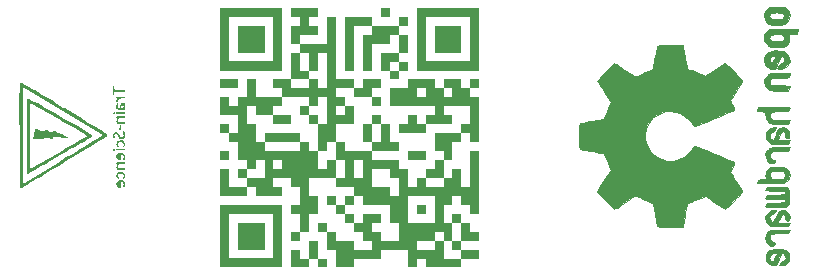
<source format=gbr>
%TF.GenerationSoftware,KiCad,Pcbnew,7.0.11*%
%TF.CreationDate,2024-04-15T21:46:17+02:00*%
%TF.ProjectId,OS-servoDriver_relay,4f532d73-6572-4766-9f44-72697665725f,rev?*%
%TF.SameCoordinates,Original*%
%TF.FileFunction,Legend,Bot*%
%TF.FilePolarity,Positive*%
%FSLAX46Y46*%
G04 Gerber Fmt 4.6, Leading zero omitted, Abs format (unit mm)*
G04 Created by KiCad (PCBNEW 7.0.11) date 2024-04-15 21:46:17*
%MOMM*%
%LPD*%
G01*
G04 APERTURE LIST*
%ADD10C,0.010000*%
%ADD11C,3.200000*%
%ADD12R,2.600000X2.600000*%
%ADD13C,2.600000*%
%ADD14R,1.700000X1.700000*%
%ADD15O,1.700000X1.700000*%
G04 APERTURE END LIST*
%TO.C,G\u002A\u002A\u002A*%
G36*
X207891313Y-119321426D02*
G01*
X207891313Y-119700369D01*
X207512370Y-119700369D01*
X207133427Y-119700369D01*
X207133427Y-119321426D01*
X207133427Y-118942483D01*
X207512370Y-118942483D01*
X207891313Y-118942483D01*
X207891313Y-119321426D01*
G37*
G36*
X213954399Y-121595083D02*
G01*
X213954399Y-122731912D01*
X212817570Y-122731912D01*
X211680741Y-122731912D01*
X211680741Y-121595083D01*
X211680741Y-120458255D01*
X212817570Y-120458255D01*
X213954399Y-120458255D01*
X213954399Y-121595083D01*
G37*
G36*
X197280912Y-121595083D02*
G01*
X197280912Y-122731912D01*
X196144083Y-122731912D01*
X195007255Y-122731912D01*
X195007255Y-121595083D01*
X195007255Y-120458255D01*
X196144083Y-120458255D01*
X197280912Y-120458255D01*
X197280912Y-121595083D01*
G37*
G36*
X195007255Y-125384512D02*
G01*
X195007255Y-125763455D01*
X194249369Y-125763455D01*
X193491483Y-125763455D01*
X193491483Y-125384512D01*
X193491483Y-125005569D01*
X194249369Y-125005569D01*
X195007255Y-125005569D01*
X195007255Y-125384512D01*
G37*
G36*
X207133427Y-126900284D02*
G01*
X207133427Y-127279226D01*
X206754484Y-127279226D01*
X206375541Y-127279226D01*
X206375541Y-126900284D01*
X206375541Y-126521341D01*
X206754484Y-126521341D01*
X207133427Y-126521341D01*
X207133427Y-126900284D01*
G37*
G36*
X201070341Y-127658169D02*
G01*
X201070341Y-128037112D01*
X200691398Y-128037112D01*
X200312455Y-128037112D01*
X200312455Y-127658169D01*
X200312455Y-127279226D01*
X200691398Y-127279226D01*
X201070341Y-127279226D01*
X201070341Y-127658169D01*
G37*
G36*
X201828226Y-128416055D02*
G01*
X201828226Y-128794998D01*
X201449284Y-128794998D01*
X201070341Y-128794998D01*
X201070341Y-128416055D01*
X201070341Y-128037112D01*
X201449284Y-128037112D01*
X201828226Y-128037112D01*
X201828226Y-128416055D01*
G37*
G36*
X199554569Y-128416055D02*
G01*
X199554569Y-128794998D01*
X198796683Y-128794998D01*
X198038798Y-128794998D01*
X198038798Y-128416055D01*
X198038798Y-128037112D01*
X198796683Y-128037112D01*
X199554569Y-128037112D01*
X199554569Y-128416055D01*
G37*
G36*
X194249369Y-129173941D02*
G01*
X194249369Y-129552884D01*
X193870426Y-129552884D01*
X193491483Y-129552884D01*
X193491483Y-129173941D01*
X193491483Y-128794998D01*
X193870426Y-128794998D01*
X194249369Y-128794998D01*
X194249369Y-129173941D01*
G37*
G36*
X200312455Y-129931827D02*
G01*
X200312455Y-130310769D01*
X198796683Y-130310769D01*
X197280912Y-130310769D01*
X197280912Y-129931827D01*
X197280912Y-129552884D01*
X198796683Y-129552884D01*
X200312455Y-129552884D01*
X200312455Y-129931827D01*
G37*
G36*
X210922856Y-131447598D02*
G01*
X210922856Y-131826541D01*
X210164970Y-131826541D01*
X209407084Y-131826541D01*
X209407084Y-131447598D01*
X209407084Y-131068655D01*
X210164970Y-131068655D01*
X210922856Y-131068655D01*
X210922856Y-131447598D01*
G37*
G36*
X194249369Y-131447598D02*
G01*
X194249369Y-131826541D01*
X193870426Y-131826541D01*
X193491483Y-131826541D01*
X193491483Y-131447598D01*
X193491483Y-131068655D01*
X193870426Y-131068655D01*
X194249369Y-131068655D01*
X194249369Y-131447598D01*
G37*
G36*
X203343998Y-135237027D02*
G01*
X203343998Y-135615970D01*
X202965055Y-135615970D01*
X202586112Y-135615970D01*
X202586112Y-135237027D01*
X202586112Y-134858084D01*
X202965055Y-134858084D01*
X203343998Y-134858084D01*
X203343998Y-135237027D01*
G37*
G36*
X210922856Y-135994913D02*
G01*
X210922856Y-136373856D01*
X210543913Y-136373856D01*
X210164970Y-136373856D01*
X210164970Y-135994913D01*
X210164970Y-135615970D01*
X210543913Y-135615970D01*
X210922856Y-135615970D01*
X210922856Y-135994913D01*
G37*
G36*
X204859769Y-136752798D02*
G01*
X204859769Y-137131741D01*
X204480827Y-137131741D01*
X204101884Y-137131741D01*
X204101884Y-136752798D01*
X204101884Y-136373856D01*
X204480827Y-136373856D01*
X204859769Y-136373856D01*
X204859769Y-136752798D01*
G37*
G36*
X202586112Y-137510684D02*
G01*
X202586112Y-137889627D01*
X202207169Y-137889627D01*
X201828226Y-137889627D01*
X201828226Y-137510684D01*
X201828226Y-137131741D01*
X202207169Y-137131741D01*
X202586112Y-137131741D01*
X202586112Y-137510684D01*
G37*
G36*
X197280912Y-138268570D02*
G01*
X197280912Y-139405399D01*
X196144083Y-139405399D01*
X195007255Y-139405399D01*
X195007255Y-138268570D01*
X195007255Y-137131741D01*
X196144083Y-137131741D01*
X197280912Y-137131741D01*
X197280912Y-138268570D01*
G37*
G36*
X202586112Y-140542227D02*
G01*
X202586112Y-140921170D01*
X202207169Y-140921170D01*
X201828226Y-140921170D01*
X201828226Y-140542227D01*
X201828226Y-140163284D01*
X202207169Y-140163284D01*
X202586112Y-140163284D01*
X202586112Y-140542227D01*
G37*
G36*
X207133427Y-125384512D02*
G01*
X207133427Y-125763455D01*
X206754484Y-125763455D01*
X206375541Y-125763455D01*
X206375541Y-126142398D01*
X206375541Y-126521341D01*
X205617655Y-126521341D01*
X204859769Y-126521341D01*
X204859769Y-126142398D01*
X204859769Y-125763455D01*
X205238712Y-125763455D01*
X205617655Y-125763455D01*
X205617655Y-125384512D01*
X205617655Y-125005569D01*
X206375541Y-125005569D01*
X207133427Y-125005569D01*
X207133427Y-125384512D01*
G37*
G36*
X210966163Y-118942483D02*
G01*
X212817570Y-118942483D01*
X215470170Y-118942483D01*
X215470170Y-121595083D01*
X215470170Y-124247683D01*
X212817570Y-124247683D01*
X210164970Y-124247683D01*
X210164970Y-121595083D01*
X210164970Y-119743677D01*
X210966163Y-119743677D01*
X210966163Y-121595083D01*
X210966163Y-123446490D01*
X212817570Y-123446490D01*
X214668977Y-123446490D01*
X214668977Y-121595083D01*
X214668977Y-119743677D01*
X212817570Y-119743677D01*
X210966163Y-119743677D01*
X210164970Y-119743677D01*
X210164970Y-118942483D01*
X210966163Y-118942483D01*
G37*
G36*
X194292677Y-118942483D02*
G01*
X196144083Y-118942483D01*
X198796683Y-118942483D01*
X198796683Y-121595083D01*
X198796683Y-124247683D01*
X196144083Y-124247683D01*
X193491483Y-124247683D01*
X193491483Y-121595083D01*
X193491483Y-119743677D01*
X194292677Y-119743677D01*
X194292677Y-121595083D01*
X194292677Y-123446490D01*
X196144083Y-123446490D01*
X197995490Y-123446490D01*
X197995490Y-121595083D01*
X197995490Y-119743677D01*
X196144083Y-119743677D01*
X194292677Y-119743677D01*
X193491483Y-119743677D01*
X193491483Y-118942483D01*
X194292677Y-118942483D01*
G37*
G36*
X194292677Y-135615970D02*
G01*
X196144083Y-135615970D01*
X198796683Y-135615970D01*
X198796683Y-138268570D01*
X198796683Y-140921170D01*
X196144083Y-140921170D01*
X193491483Y-140921170D01*
X193491483Y-138268570D01*
X193491483Y-136417163D01*
X194292677Y-136417163D01*
X194292677Y-138268570D01*
X194292677Y-140119977D01*
X196144083Y-140119977D01*
X197995490Y-140119977D01*
X197995490Y-138268570D01*
X197995490Y-136417163D01*
X196144083Y-136417163D01*
X194292677Y-136417163D01*
X193491483Y-136417163D01*
X193491483Y-135615970D01*
X194292677Y-135615970D01*
G37*
G36*
X201828226Y-139405399D02*
G01*
X201828226Y-140163284D01*
X201449284Y-140163284D01*
X201070341Y-140163284D01*
X201070341Y-140542227D01*
X201070341Y-140921170D01*
X200312455Y-140921170D01*
X199554569Y-140921170D01*
X199554569Y-140163284D01*
X199554569Y-139405399D01*
X199933512Y-139405399D01*
X200312455Y-139405399D01*
X200312455Y-139784342D01*
X200312455Y-140163284D01*
X200691398Y-140163284D01*
X201070341Y-140163284D01*
X201070341Y-139405399D01*
X201070341Y-138647513D01*
X201449284Y-138647513D01*
X201828226Y-138647513D01*
X201828226Y-139405399D01*
G37*
G36*
X209028141Y-123489798D02*
G01*
X209407084Y-123489798D01*
X209407084Y-123868740D01*
X209407084Y-124247683D01*
X209028141Y-124247683D01*
X208649198Y-124247683D01*
X208649198Y-124626626D01*
X208649198Y-125005569D01*
X208270255Y-125005569D01*
X207891313Y-125005569D01*
X207891313Y-124626626D01*
X207891313Y-124247683D01*
X208270255Y-124247683D01*
X208649198Y-124247683D01*
X208649198Y-123868740D01*
X208649198Y-123489798D01*
X209028141Y-123489798D01*
G37*
G36*
X206375541Y-120079312D02*
G01*
X206375541Y-120458255D01*
X207512370Y-120458255D01*
X208649198Y-120458255D01*
X208649198Y-120079312D01*
X208649198Y-119700369D01*
X209028141Y-119700369D01*
X209407084Y-119700369D01*
X209407084Y-120079312D01*
X209407084Y-120458255D01*
X209028141Y-120458255D01*
X208649198Y-120458255D01*
X208649198Y-120837197D01*
X208649198Y-121216140D01*
X208270255Y-121216140D01*
X207891313Y-121216140D01*
X207891313Y-121595083D01*
X207891313Y-121974026D01*
X207133427Y-121974026D01*
X206375541Y-121974026D01*
X206375541Y-123110855D01*
X206375541Y-124247683D01*
X205996598Y-124247683D01*
X205617655Y-124247683D01*
X205617655Y-122731912D01*
X205617655Y-121216140D01*
X205996598Y-121216140D01*
X206375541Y-121216140D01*
X206375541Y-120837197D01*
X206375541Y-120458255D01*
X205617655Y-120458255D01*
X204859769Y-120458255D01*
X204859769Y-122352969D01*
X204859769Y-124247683D01*
X204480827Y-124247683D01*
X204101884Y-124247683D01*
X204101884Y-121974026D01*
X204101884Y-119700369D01*
X205238712Y-119700369D01*
X206375541Y-119700369D01*
X206375541Y-120079312D01*
G37*
G36*
X209028141Y-121216140D02*
G01*
X209407084Y-121216140D01*
X209407084Y-121974026D01*
X209407084Y-122731912D01*
X209028141Y-122731912D01*
X208649198Y-122731912D01*
X208649198Y-123110855D01*
X208649198Y-123489798D01*
X208270255Y-123489798D01*
X207891313Y-123489798D01*
X207891313Y-123868740D01*
X207891313Y-124247683D01*
X207512370Y-124247683D01*
X207133427Y-124247683D01*
X207133427Y-123489798D01*
X207133427Y-122731912D01*
X207891313Y-122731912D01*
X208649198Y-122731912D01*
X208649198Y-121974026D01*
X208649198Y-121216140D01*
X209028141Y-121216140D01*
G37*
G36*
X203343998Y-122352969D02*
G01*
X203343998Y-125005569D01*
X204101884Y-125005569D01*
X204859769Y-125005569D01*
X204859769Y-125384512D01*
X204859769Y-125763455D01*
X204101884Y-125763455D01*
X203343998Y-125763455D01*
X203343998Y-126142398D01*
X203343998Y-126521341D01*
X203722941Y-126521341D01*
X204101884Y-126521341D01*
X204101884Y-126900284D01*
X204101884Y-127279226D01*
X203722941Y-127279226D01*
X203343998Y-127279226D01*
X203343998Y-127658169D01*
X203343998Y-128037112D01*
X203722941Y-128037112D01*
X204101884Y-128037112D01*
X204101884Y-127658169D01*
X204101884Y-127279226D01*
X204480827Y-127279226D01*
X204859769Y-127279226D01*
X204859769Y-128037112D01*
X204859769Y-128794998D01*
X204101884Y-128794998D01*
X203343998Y-128794998D01*
X203343998Y-129552884D01*
X203343998Y-130310769D01*
X202965055Y-130310769D01*
X202586112Y-130310769D01*
X202586112Y-130689712D01*
X202586112Y-131068655D01*
X202207169Y-131068655D01*
X201828226Y-131068655D01*
X201828226Y-131826541D01*
X201828226Y-132584427D01*
X202207169Y-132584427D01*
X202586112Y-132584427D01*
X202586112Y-132205484D01*
X202586112Y-131826541D01*
X202965055Y-131826541D01*
X203343998Y-131826541D01*
X203343998Y-131068655D01*
X203343998Y-130310769D01*
X203722941Y-130310769D01*
X204101884Y-130310769D01*
X204101884Y-130689712D01*
X204101884Y-131068655D01*
X204859769Y-131068655D01*
X205238712Y-131068655D01*
X206375541Y-131068655D01*
X206375541Y-130689712D01*
X206375541Y-130310769D01*
X205996598Y-130310769D01*
X205617655Y-130310769D01*
X205617655Y-129552884D01*
X205617655Y-128794998D01*
X205996598Y-128794998D01*
X206375541Y-128794998D01*
X206375541Y-129552884D01*
X206375541Y-130310769D01*
X206754484Y-130310769D01*
X207133427Y-130310769D01*
X207133427Y-129552884D01*
X207133427Y-128794998D01*
X207512370Y-128794998D01*
X207891313Y-128794998D01*
X207891313Y-129552884D01*
X207891313Y-130310769D01*
X208270255Y-130310769D01*
X208649198Y-130310769D01*
X208649198Y-130689712D01*
X208649198Y-131068655D01*
X207512370Y-131068655D01*
X206375541Y-131068655D01*
X206375541Y-131447598D01*
X206375541Y-131826541D01*
X207512370Y-131826541D01*
X208649198Y-131826541D01*
X208649198Y-132205484D01*
X208649198Y-132584427D01*
X209028141Y-132584427D01*
X209407084Y-132584427D01*
X209407084Y-133342313D01*
X209407084Y-134100198D01*
X209786027Y-134100198D01*
X210164970Y-134100198D01*
X210164970Y-133721255D01*
X210164970Y-133342313D01*
X210543913Y-133342313D01*
X210922856Y-133342313D01*
X210922856Y-133721255D01*
X210922856Y-134100198D01*
X211680741Y-134100198D01*
X212438627Y-134100198D01*
X212438627Y-133721255D01*
X212438627Y-133342313D01*
X211680741Y-133342313D01*
X210922856Y-133342313D01*
X210922856Y-132963370D01*
X210922856Y-132584427D01*
X211301798Y-132584427D01*
X211680741Y-132584427D01*
X211680741Y-132205484D01*
X211680741Y-131826541D01*
X212059684Y-131826541D01*
X212438627Y-131826541D01*
X212438627Y-131447598D01*
X212438627Y-131068655D01*
X212059684Y-131068655D01*
X211680741Y-131068655D01*
X211680741Y-130310769D01*
X211680741Y-129552884D01*
X212817570Y-129552884D01*
X213954399Y-129552884D01*
X213954399Y-129173941D01*
X213954399Y-128794998D01*
X214333342Y-128794998D01*
X214712284Y-128794998D01*
X214712284Y-128037112D01*
X214712284Y-127279226D01*
X213575456Y-127279226D01*
X212438627Y-127279226D01*
X212438627Y-127658169D01*
X212438627Y-128037112D01*
X212817570Y-128037112D01*
X213196513Y-128037112D01*
X213196513Y-128416055D01*
X213196513Y-128794998D01*
X212059684Y-128794998D01*
X210922856Y-128794998D01*
X210922856Y-129173941D01*
X210922856Y-129552884D01*
X209786027Y-129552884D01*
X208649198Y-129552884D01*
X208649198Y-129173941D01*
X208649198Y-128794998D01*
X209028141Y-128794998D01*
X209407084Y-128794998D01*
X209407084Y-128416055D01*
X209407084Y-128037112D01*
X209786027Y-128037112D01*
X210164970Y-128037112D01*
X210164970Y-128416055D01*
X210164970Y-128794998D01*
X210543913Y-128794998D01*
X210922856Y-128794998D01*
X210922856Y-128416055D01*
X210922856Y-128037112D01*
X211301798Y-128037112D01*
X211680741Y-128037112D01*
X211680741Y-127658169D01*
X211680741Y-127279226D01*
X209786027Y-127279226D01*
X207891313Y-127279226D01*
X207891313Y-126521341D01*
X207891313Y-125763455D01*
X208649198Y-125763455D01*
X209407084Y-125763455D01*
X210164970Y-125763455D01*
X210164970Y-126142398D01*
X210164970Y-126521341D01*
X210543913Y-126521341D01*
X210922856Y-126521341D01*
X210922856Y-126142398D01*
X210922856Y-125763455D01*
X210543913Y-125763455D01*
X210164970Y-125763455D01*
X209407084Y-125763455D01*
X209407084Y-125384512D01*
X209407084Y-125005569D01*
X210164970Y-125005569D01*
X210543913Y-125005569D01*
X211680741Y-125005569D01*
X211680741Y-125384512D01*
X211680741Y-125763455D01*
X212059684Y-125763455D01*
X212438627Y-125763455D01*
X212438627Y-126142398D01*
X212438627Y-126521341D01*
X212817570Y-126521341D01*
X213196513Y-126521341D01*
X213196513Y-126142398D01*
X213196513Y-125763455D01*
X212817570Y-125763455D01*
X212438627Y-125763455D01*
X212438627Y-125384512D01*
X212438627Y-125005569D01*
X213196513Y-125005569D01*
X213954399Y-125005569D01*
X213954399Y-125384512D01*
X213954399Y-125763455D01*
X214333342Y-125763455D01*
X214712284Y-125763455D01*
X214712284Y-125384512D01*
X214712284Y-125005569D01*
X215091227Y-125005569D01*
X215470170Y-125005569D01*
X215470170Y-125384512D01*
X215470170Y-125763455D01*
X215091227Y-125763455D01*
X214712284Y-125763455D01*
X214712284Y-126142398D01*
X214712284Y-126521341D01*
X215091227Y-126521341D01*
X215470170Y-126521341D01*
X215470170Y-128416055D01*
X215470170Y-130310769D01*
X215091227Y-130310769D01*
X214712284Y-130310769D01*
X214712284Y-129931827D01*
X214712284Y-129552884D01*
X214333342Y-129552884D01*
X213954399Y-129552884D01*
X213954399Y-129931827D01*
X213954399Y-130310769D01*
X213575456Y-130310769D01*
X213196513Y-130310769D01*
X213196513Y-131068655D01*
X213196513Y-131826541D01*
X212817570Y-131826541D01*
X212438627Y-131826541D01*
X212438627Y-132584427D01*
X212438627Y-133342313D01*
X212817570Y-133342313D01*
X213196513Y-133342313D01*
X213196513Y-132963370D01*
X213196513Y-132584427D01*
X213575456Y-132584427D01*
X213954399Y-132584427D01*
X213954399Y-133342313D01*
X213954399Y-134100198D01*
X214333342Y-134100198D01*
X214712284Y-134100198D01*
X214712284Y-132584427D01*
X214712284Y-131068655D01*
X215091227Y-131068655D01*
X215470170Y-131068655D01*
X215470170Y-133721255D01*
X215470170Y-136373856D01*
X215091227Y-136373856D01*
X214712284Y-136373856D01*
X214712284Y-135994913D01*
X214712284Y-135615970D01*
X214333342Y-135615970D01*
X213954399Y-135615970D01*
X213954399Y-135237027D01*
X213954399Y-134858084D01*
X213575456Y-134858084D01*
X213196513Y-134858084D01*
X213196513Y-135237027D01*
X213196513Y-135615970D01*
X212817570Y-135615970D01*
X212438627Y-135615970D01*
X212438627Y-136373856D01*
X212438627Y-137131741D01*
X212817570Y-137131741D01*
X213196513Y-137131741D01*
X213196513Y-136752798D01*
X213196513Y-136373856D01*
X213575456Y-136373856D01*
X213954399Y-136373856D01*
X213954399Y-136752798D01*
X213954399Y-137131741D01*
X213575456Y-137131741D01*
X213196513Y-137131741D01*
X213196513Y-137889627D01*
X213196513Y-138647513D01*
X212817570Y-138647513D01*
X212438627Y-138647513D01*
X212438627Y-139405399D01*
X212438627Y-140163284D01*
X213196513Y-140163284D01*
X213954399Y-140163284D01*
X213954399Y-139784342D01*
X213954399Y-139405399D01*
X214712284Y-139405399D01*
X215470170Y-139405399D01*
X215470170Y-139784342D01*
X215470170Y-140163284D01*
X214712284Y-140163284D01*
X213954399Y-140163284D01*
X213954399Y-140542227D01*
X213954399Y-140921170D01*
X212438627Y-140921170D01*
X210922856Y-140921170D01*
X210922856Y-140542227D01*
X210922856Y-140163284D01*
X210543913Y-140163284D01*
X210164970Y-140163284D01*
X210164970Y-140542227D01*
X210164970Y-140921170D01*
X209786027Y-140921170D01*
X209407084Y-140921170D01*
X209407084Y-140163284D01*
X209407084Y-139405399D01*
X210164970Y-139405399D01*
X210922856Y-139405399D01*
X211680741Y-139405399D01*
X211680741Y-139026456D01*
X211680741Y-138647513D01*
X212059684Y-138647513D01*
X212438627Y-138647513D01*
X212438627Y-138268570D01*
X212438627Y-137889627D01*
X212059684Y-137889627D01*
X211680741Y-137889627D01*
X211680741Y-138268570D01*
X211680741Y-138647513D01*
X210922856Y-138647513D01*
X210164970Y-138647513D01*
X210164970Y-139026456D01*
X210164970Y-139405399D01*
X209407084Y-139405399D01*
X208270255Y-139405399D01*
X207133427Y-139405399D01*
X207133427Y-139784342D01*
X207133427Y-140163284D01*
X205996598Y-140163284D01*
X204859769Y-140163284D01*
X204859769Y-140542227D01*
X204859769Y-140921170D01*
X204101884Y-140921170D01*
X203343998Y-140921170D01*
X203343998Y-140163284D01*
X203343998Y-139405399D01*
X202965055Y-139405399D01*
X202586112Y-139405399D01*
X202586112Y-138647513D01*
X202586112Y-137889627D01*
X202965055Y-137889627D01*
X203343998Y-137889627D01*
X203343998Y-138268570D01*
X203343998Y-138647513D01*
X204101884Y-138647513D01*
X204859769Y-138647513D01*
X204859769Y-139026456D01*
X204859769Y-139405399D01*
X205617655Y-139405399D01*
X206375541Y-139405399D01*
X206375541Y-139026456D01*
X206375541Y-138647513D01*
X205996598Y-138647513D01*
X205617655Y-138647513D01*
X205617655Y-138268570D01*
X205617655Y-137889627D01*
X205238712Y-137889627D01*
X204859769Y-137889627D01*
X204859769Y-137510684D01*
X204859769Y-137131741D01*
X205238712Y-137131741D01*
X205617655Y-137131741D01*
X205617655Y-136752798D01*
X205617655Y-136373856D01*
X206375541Y-136373856D01*
X207133427Y-136373856D01*
X207133427Y-136752798D01*
X207133427Y-137131741D01*
X206754484Y-137131741D01*
X206375541Y-137131741D01*
X206375541Y-137510684D01*
X206375541Y-137889627D01*
X206754484Y-137889627D01*
X207133427Y-137889627D01*
X207133427Y-138268570D01*
X207133427Y-138647513D01*
X207891313Y-138647513D01*
X208649198Y-138647513D01*
X208649198Y-137889627D01*
X208649198Y-137131741D01*
X208270255Y-137131741D01*
X207891313Y-137131741D01*
X207891313Y-136373856D01*
X207891313Y-135615970D01*
X206754484Y-135615970D01*
X205617655Y-135615970D01*
X205617655Y-135237027D01*
X205617655Y-134858084D01*
X205238712Y-134858084D01*
X204859769Y-134858084D01*
X204859769Y-135237027D01*
X204859769Y-135615970D01*
X204480827Y-135615970D01*
X204101884Y-135615970D01*
X204101884Y-135994913D01*
X204101884Y-136373856D01*
X203722941Y-136373856D01*
X203343998Y-136373856D01*
X203343998Y-135994913D01*
X203343998Y-135615970D01*
X203722941Y-135615970D01*
X204101884Y-135615970D01*
X204101884Y-135237027D01*
X204101884Y-134858084D01*
X204480827Y-134858084D01*
X204859769Y-134858084D01*
X204859769Y-134479141D01*
X204859769Y-134100198D01*
X204101884Y-134100198D01*
X203343998Y-134100198D01*
X203343998Y-133721255D01*
X203343998Y-133342313D01*
X203722941Y-133342313D01*
X204101884Y-133342313D01*
X204101884Y-132584427D01*
X204101884Y-131826541D01*
X204859769Y-131826541D01*
X204859769Y-132584427D01*
X204859769Y-133342313D01*
X205238712Y-133342313D01*
X205617655Y-133342313D01*
X205617655Y-132584427D01*
X206375541Y-132584427D01*
X206375541Y-133342313D01*
X206375541Y-134100198D01*
X207133427Y-134100198D01*
X207891313Y-134100198D01*
X207891313Y-134479141D01*
X207891313Y-134858084D01*
X208270255Y-134858084D01*
X208649198Y-134858084D01*
X209407084Y-134858084D01*
X209407084Y-135994913D01*
X209407084Y-137131741D01*
X210543913Y-137131741D01*
X211680741Y-137131741D01*
X211680741Y-135994913D01*
X211680741Y-134858084D01*
X210543913Y-134858084D01*
X209407084Y-134858084D01*
X208649198Y-134858084D01*
X208649198Y-134100198D01*
X208649198Y-133342313D01*
X208270255Y-133342313D01*
X207891313Y-133342313D01*
X207891313Y-132963370D01*
X207891313Y-132584427D01*
X207133427Y-132584427D01*
X206375541Y-132584427D01*
X205617655Y-132584427D01*
X205617655Y-131826541D01*
X205238712Y-131826541D01*
X204859769Y-131826541D01*
X204101884Y-131826541D01*
X203722941Y-131826541D01*
X203343998Y-131826541D01*
X203343998Y-132584427D01*
X203343998Y-133342313D01*
X202207169Y-133342313D01*
X201070341Y-133342313D01*
X201070341Y-134100198D01*
X201070341Y-134858084D01*
X201449284Y-134858084D01*
X201828226Y-134858084D01*
X201828226Y-135615970D01*
X201828226Y-136373856D01*
X201449284Y-136373856D01*
X201070341Y-136373856D01*
X201070341Y-137131741D01*
X201070341Y-137889627D01*
X200691398Y-137889627D01*
X200312455Y-137889627D01*
X200312455Y-138268570D01*
X200312455Y-138647513D01*
X199933512Y-138647513D01*
X199554569Y-138647513D01*
X199554569Y-138268570D01*
X199554569Y-137889627D01*
X199933512Y-137889627D01*
X200312455Y-137889627D01*
X200312455Y-137131741D01*
X200312455Y-136373856D01*
X199933512Y-136373856D01*
X199554569Y-136373856D01*
X199554569Y-135994913D01*
X199554569Y-135615970D01*
X199933512Y-135615970D01*
X200312455Y-135615970D01*
X200312455Y-134858084D01*
X200312455Y-134100198D01*
X199933512Y-134100198D01*
X199554569Y-134100198D01*
X199554569Y-133721255D01*
X199554569Y-133342313D01*
X198796683Y-133342313D01*
X198038798Y-133342313D01*
X198038798Y-133721255D01*
X198038798Y-134100198D01*
X198417740Y-134100198D01*
X198796683Y-134100198D01*
X198796683Y-134479141D01*
X198796683Y-134858084D01*
X197659855Y-134858084D01*
X196523026Y-134858084D01*
X196523026Y-134479141D01*
X196523026Y-134100198D01*
X196144083Y-134100198D01*
X195765140Y-134100198D01*
X195765140Y-134479141D01*
X195765140Y-134858084D01*
X194628312Y-134858084D01*
X193491483Y-134858084D01*
X193491483Y-133721255D01*
X193491483Y-132584427D01*
X193870426Y-132584427D01*
X194249369Y-132584427D01*
X194249369Y-133342313D01*
X194249369Y-134100198D01*
X195007255Y-134100198D01*
X195765140Y-134100198D01*
X195765140Y-133721255D01*
X195765140Y-133342313D01*
X196523026Y-133342313D01*
X197280912Y-133342313D01*
X197280912Y-132584427D01*
X197280912Y-131826541D01*
X198038798Y-131826541D01*
X198038798Y-132205484D01*
X198038798Y-132584427D01*
X198417740Y-132584427D01*
X198796683Y-132584427D01*
X198796683Y-132205484D01*
X198796683Y-131826541D01*
X198417740Y-131826541D01*
X198038798Y-131826541D01*
X197280912Y-131826541D01*
X196901969Y-131826541D01*
X196523026Y-131826541D01*
X196523026Y-132205484D01*
X196523026Y-132584427D01*
X196144083Y-132584427D01*
X195765140Y-132584427D01*
X195765140Y-132963370D01*
X195765140Y-133342313D01*
X195386197Y-133342313D01*
X195007255Y-133342313D01*
X195007255Y-132963370D01*
X195007255Y-132584427D01*
X195386197Y-132584427D01*
X195765140Y-132584427D01*
X195765140Y-132205484D01*
X195765140Y-131826541D01*
X195386197Y-131826541D01*
X195007255Y-131826541D01*
X195007255Y-131068655D01*
X195007255Y-130310769D01*
X194628312Y-130310769D01*
X194249369Y-130310769D01*
X194249369Y-129931827D01*
X194249369Y-129552884D01*
X194628312Y-129552884D01*
X195007255Y-129552884D01*
X195007255Y-128794998D01*
X195765140Y-128794998D01*
X196144083Y-128794998D01*
X196523026Y-128794998D01*
X196523026Y-129552884D01*
X196523026Y-130310769D01*
X196901969Y-130310769D01*
X197280912Y-130310769D01*
X197280912Y-130689712D01*
X197280912Y-131068655D01*
X198038798Y-131068655D01*
X198796683Y-131068655D01*
X200312455Y-131068655D01*
X200312455Y-130689712D01*
X200312455Y-130310769D01*
X200691398Y-130310769D01*
X201070341Y-130310769D01*
X201070341Y-130689712D01*
X201070341Y-131068655D01*
X201449284Y-131068655D01*
X201828226Y-131068655D01*
X201828226Y-129931827D01*
X201828226Y-128794998D01*
X202207169Y-128794998D01*
X202586112Y-128794998D01*
X202586112Y-127658169D01*
X202586112Y-126521341D01*
X202207169Y-126521341D01*
X201828226Y-126521341D01*
X201828226Y-126900284D01*
X201828226Y-127279226D01*
X201449284Y-127279226D01*
X201070341Y-127279226D01*
X201070341Y-126900284D01*
X201070341Y-126521341D01*
X199933512Y-126521341D01*
X198796683Y-126521341D01*
X198796683Y-126900284D01*
X198796683Y-127279226D01*
X198417740Y-127279226D01*
X198038798Y-127279226D01*
X198038798Y-127658169D01*
X198038798Y-128037112D01*
X197280912Y-128037112D01*
X196523026Y-128037112D01*
X196523026Y-127658169D01*
X196523026Y-127279226D01*
X196144083Y-127279226D01*
X195765140Y-127279226D01*
X195765140Y-128037112D01*
X195765140Y-128794998D01*
X195007255Y-128794998D01*
X195007255Y-128037112D01*
X194249369Y-128037112D01*
X193491483Y-128037112D01*
X193491483Y-127279226D01*
X193491483Y-126521341D01*
X193870426Y-126521341D01*
X194249369Y-126521341D01*
X194249369Y-126900284D01*
X194249369Y-127279226D01*
X194628312Y-127279226D01*
X195007255Y-127279226D01*
X195007255Y-126900284D01*
X195007255Y-126521341D01*
X195386197Y-126521341D01*
X195765140Y-126521341D01*
X195765140Y-125763455D01*
X195765140Y-125005569D01*
X196144083Y-125005569D01*
X196523026Y-125005569D01*
X196523026Y-125763455D01*
X196523026Y-126521341D01*
X197659855Y-126521341D01*
X198796683Y-126521341D01*
X198796683Y-126142398D01*
X198796683Y-125763455D01*
X199554569Y-125763455D01*
X200312455Y-125763455D01*
X201070341Y-125763455D01*
X201070341Y-125384512D01*
X201070341Y-125005569D01*
X201449284Y-125005569D01*
X201828226Y-125005569D01*
X201828226Y-125384512D01*
X201828226Y-125763455D01*
X202207169Y-125763455D01*
X202586112Y-125763455D01*
X202586112Y-124247683D01*
X202586112Y-122731912D01*
X202207169Y-122731912D01*
X201828226Y-122731912D01*
X201828226Y-123489798D01*
X201828226Y-124247683D01*
X201449284Y-124247683D01*
X201070341Y-124247683D01*
X201070341Y-123489798D01*
X201070341Y-122731912D01*
X200691398Y-122731912D01*
X200312455Y-122731912D01*
X200312455Y-123489798D01*
X200312455Y-124247683D01*
X200691398Y-124247683D01*
X201070341Y-124247683D01*
X201070341Y-124626626D01*
X201070341Y-125005569D01*
X200312455Y-125005569D01*
X199554569Y-125005569D01*
X199554569Y-125384512D01*
X199554569Y-125763455D01*
X198796683Y-125763455D01*
X198417740Y-125763455D01*
X198038798Y-125763455D01*
X198038798Y-125384512D01*
X198038798Y-125005569D01*
X198796683Y-125005569D01*
X199554569Y-125005569D01*
X199554569Y-123868740D01*
X199554569Y-122731912D01*
X199933512Y-122731912D01*
X200312455Y-122731912D01*
X200312455Y-122352969D01*
X200312455Y-121974026D01*
X201449284Y-121974026D01*
X202586112Y-121974026D01*
X202586112Y-120837197D01*
X202586112Y-119700369D01*
X202965055Y-119700369D01*
X203343998Y-119700369D01*
X203343998Y-122352969D01*
G37*
G36*
X214712284Y-137510684D02*
G01*
X214712284Y-137889627D01*
X215091227Y-137889627D01*
X215470170Y-137889627D01*
X215470170Y-138268570D01*
X215470170Y-138647513D01*
X214712284Y-138647513D01*
X213954399Y-138647513D01*
X213954399Y-139026456D01*
X213954399Y-139405399D01*
X213575456Y-139405399D01*
X213196513Y-139405399D01*
X213196513Y-139026456D01*
X213196513Y-138647513D01*
X213575456Y-138647513D01*
X213954399Y-138647513D01*
X213954399Y-137889627D01*
X213954399Y-137131741D01*
X214333342Y-137131741D01*
X214712284Y-137131741D01*
X214712284Y-137510684D01*
G37*
G36*
X207133427Y-128416055D02*
G01*
X207133427Y-128794998D01*
X206754484Y-128794998D01*
X206375541Y-128794998D01*
X206375541Y-128416055D01*
X206375541Y-128037112D01*
X206754484Y-128037112D01*
X207133427Y-128037112D01*
X207133427Y-128416055D01*
G37*
G36*
X201828226Y-119321426D02*
G01*
X201828226Y-119700369D01*
X201449284Y-119700369D01*
X201070341Y-119700369D01*
X201070341Y-120079312D01*
X201070341Y-120458255D01*
X201449284Y-120458255D01*
X201828226Y-120458255D01*
X201828226Y-120837197D01*
X201828226Y-121216140D01*
X201070341Y-121216140D01*
X200312455Y-121216140D01*
X200312455Y-121595083D01*
X200312455Y-121974026D01*
X199933512Y-121974026D01*
X199554569Y-121974026D01*
X199554569Y-121216140D01*
X199554569Y-120458255D01*
X199933512Y-120458255D01*
X200312455Y-120458255D01*
X200312455Y-120079312D01*
X200312455Y-119700369D01*
X199933512Y-119700369D01*
X199554569Y-119700369D01*
X199554569Y-119321426D01*
X199554569Y-118942483D01*
X200691398Y-118942483D01*
X201828226Y-118942483D01*
X201828226Y-119321426D01*
G37*
G36*
X185480200Y-127926826D02*
G01*
X184739769Y-127926826D01*
X184739769Y-127765863D01*
X185480200Y-127765863D01*
X185480200Y-127926826D01*
G37*
G36*
X185480200Y-131017321D02*
G01*
X184739769Y-131017321D01*
X184739769Y-130856357D01*
X185480200Y-130856357D01*
X185480200Y-131017321D01*
G37*
G36*
X184599959Y-127782960D02*
G01*
X184610999Y-127842206D01*
X184605300Y-127896503D01*
X184569248Y-127945043D01*
X184499528Y-127938930D01*
X184467565Y-127914949D01*
X184454714Y-127859189D01*
X184480361Y-127802943D01*
X184538565Y-127771672D01*
X184555786Y-127769792D01*
X184599959Y-127782960D01*
G37*
G36*
X184599959Y-130873454D02*
G01*
X184610999Y-130932700D01*
X184605300Y-130986998D01*
X184569248Y-131035537D01*
X184499528Y-131029424D01*
X184467565Y-131005443D01*
X184454714Y-130949683D01*
X184480361Y-130893438D01*
X184538565Y-130862167D01*
X184555786Y-130860286D01*
X184599959Y-130873454D01*
G37*
G36*
X185088965Y-128894117D02*
G01*
X185111353Y-128919621D01*
X185122841Y-128985732D01*
X185126081Y-129104219D01*
X185124672Y-129203649D01*
X185117260Y-129273547D01*
X185100166Y-129303049D01*
X185069744Y-129305155D01*
X185063014Y-129303287D01*
X185024266Y-129260717D01*
X185002600Y-129181263D01*
X184997599Y-129084825D01*
X185008845Y-128991303D01*
X185035919Y-128920597D01*
X185078406Y-128892606D01*
X185088965Y-128894117D01*
G37*
G36*
X184533105Y-125595077D02*
G01*
X184559408Y-125645474D01*
X184572522Y-125746064D01*
X184582334Y-125898690D01*
X185480200Y-125898690D01*
X185480200Y-126059653D01*
X184578806Y-126059653D01*
X184578806Y-126204520D01*
X184578782Y-126214927D01*
X184573683Y-126300549D01*
X184554657Y-126339908D01*
X184514421Y-126349387D01*
X184495024Y-126347924D01*
X184474129Y-126335418D01*
X184460945Y-126301082D01*
X184453709Y-126234278D01*
X184450660Y-126124368D01*
X184450036Y-125960714D01*
X184450161Y-125880750D01*
X184451892Y-125742072D01*
X184456863Y-125653099D01*
X184466589Y-125603665D01*
X184482588Y-125583601D01*
X184506373Y-125582740D01*
X184533105Y-125595077D01*
G37*
G36*
X185480200Y-126526446D02*
G01*
X185479549Y-126551846D01*
X185469539Y-126583037D01*
X185436440Y-126599462D01*
X185366488Y-126605849D01*
X185245919Y-126606928D01*
X185213100Y-126607180D01*
X185052385Y-126619900D01*
X184945818Y-126654305D01*
X184886752Y-126713830D01*
X184868540Y-126801909D01*
X184868013Y-126823717D01*
X184851633Y-126881127D01*
X184804155Y-126896662D01*
X184776259Y-126889621D01*
X184743074Y-126841033D01*
X184741196Y-126761524D01*
X184773095Y-126669197D01*
X184789977Y-126626634D01*
X184773095Y-126606928D01*
X184751174Y-126586940D01*
X184739769Y-126526446D01*
X184739769Y-126445965D01*
X185480200Y-126445965D01*
X185480200Y-126526446D01*
G37*
G36*
X185268703Y-132828760D02*
G01*
X185322957Y-132856270D01*
X185382323Y-132910435D01*
X185414169Y-132944524D01*
X185466144Y-133030930D01*
X185480200Y-133135993D01*
X185466981Y-133237265D01*
X185426764Y-133328669D01*
X185369108Y-133383623D01*
X185303773Y-133388178D01*
X185276932Y-133376547D01*
X185264129Y-133353116D01*
X185298759Y-133307841D01*
X185299642Y-133306857D01*
X185343772Y-133217161D01*
X185344246Y-133115639D01*
X185300841Y-133031661D01*
X185288043Y-133021095D01*
X185205032Y-132990074D01*
X185096878Y-132981495D01*
X184992078Y-132995357D01*
X184919129Y-133031661D01*
X184918260Y-133032538D01*
X184875442Y-133116943D01*
X184876500Y-133218501D01*
X184921211Y-133307841D01*
X184945557Y-133336199D01*
X184954981Y-133366895D01*
X184916197Y-133388178D01*
X184858548Y-133386791D01*
X184799368Y-133337105D01*
X184756371Y-133250146D01*
X184739769Y-133140264D01*
X184754527Y-133026557D01*
X184815042Y-132922926D01*
X184925108Y-132857239D01*
X185087733Y-132826787D01*
X185196215Y-132821277D01*
X185268703Y-132828760D01*
G37*
G36*
X185268703Y-130156770D02*
G01*
X185322957Y-130184280D01*
X185382323Y-130238446D01*
X185414169Y-130272534D01*
X185466144Y-130358940D01*
X185480200Y-130464003D01*
X185466981Y-130565275D01*
X185426764Y-130656679D01*
X185369108Y-130711633D01*
X185303773Y-130716188D01*
X185276932Y-130704558D01*
X185264129Y-130681126D01*
X185298759Y-130635851D01*
X185299642Y-130634868D01*
X185343772Y-130545171D01*
X185344246Y-130443649D01*
X185300841Y-130359671D01*
X185297116Y-130356192D01*
X185221813Y-130321932D01*
X185109985Y-130309082D01*
X185100249Y-130309171D01*
X184990454Y-130323974D01*
X184919129Y-130359671D01*
X184918260Y-130360548D01*
X184875442Y-130444954D01*
X184876500Y-130546511D01*
X184921211Y-130635851D01*
X184945557Y-130664209D01*
X184954981Y-130694905D01*
X184916197Y-130716188D01*
X184858548Y-130714801D01*
X184799368Y-130665115D01*
X184756371Y-130578156D01*
X184739769Y-130468274D01*
X184754527Y-130354567D01*
X184815042Y-130250936D01*
X184925108Y-130185249D01*
X185087733Y-130154798D01*
X185196215Y-130149287D01*
X185268703Y-130156770D01*
G37*
G36*
X185355657Y-126976003D02*
G01*
X185428932Y-127030948D01*
X185451617Y-127078663D01*
X185469821Y-127182945D01*
X185473021Y-127339680D01*
X185468149Y-127578512D01*
X185171661Y-127567561D01*
X185098881Y-127564250D01*
X184944138Y-127548811D01*
X184840404Y-127518703D01*
X184778130Y-127467475D01*
X184747768Y-127388680D01*
X184739769Y-127275868D01*
X184740364Y-127240977D01*
X184757257Y-127108367D01*
X184795209Y-127023277D01*
X184851250Y-126993240D01*
X184855278Y-126993425D01*
X184878184Y-127011254D01*
X184884973Y-127067069D01*
X184877480Y-127173462D01*
X184870689Y-127271753D01*
X184877964Y-127345550D01*
X184903951Y-127382221D01*
X184950663Y-127404829D01*
X185007832Y-127403270D01*
X185025486Y-127364601D01*
X185160870Y-127364601D01*
X185172273Y-127402887D01*
X185212009Y-127411744D01*
X185249033Y-127406337D01*
X185312799Y-127373113D01*
X185338034Y-127331093D01*
X185350708Y-127252413D01*
X185337887Y-127176789D01*
X185300977Y-127132822D01*
X185243434Y-127130629D01*
X185198669Y-127182387D01*
X185168989Y-127293800D01*
X185160870Y-127364601D01*
X185025486Y-127364601D01*
X185029683Y-127355407D01*
X185035723Y-127293152D01*
X185062717Y-127182947D01*
X185102608Y-127079085D01*
X185145690Y-127010422D01*
X185168887Y-126991590D01*
X185243434Y-126967421D01*
X185259537Y-126962200D01*
X185355657Y-126976003D01*
G37*
G36*
X185374052Y-129390370D02*
G01*
X185430086Y-129447044D01*
X185461597Y-129519638D01*
X185478193Y-129643005D01*
X185468535Y-129775557D01*
X185432471Y-129889495D01*
X185377535Y-129958082D01*
X185275564Y-130017825D01*
X185173135Y-130036490D01*
X185073193Y-130010714D01*
X184984305Y-129930108D01*
X184898699Y-129789972D01*
X184855443Y-129712456D01*
X184775245Y-129613034D01*
X184698183Y-129575960D01*
X184625550Y-129602126D01*
X184622703Y-129604675D01*
X184592818Y-129663134D01*
X184579888Y-129746637D01*
X184585439Y-129826611D01*
X184610999Y-129874482D01*
X184641789Y-129915334D01*
X184630914Y-129964182D01*
X184579939Y-129987156D01*
X184579335Y-129987154D01*
X184510240Y-129957476D01*
X184465771Y-129874450D01*
X184450036Y-129745711D01*
X184461551Y-129638455D01*
X184511279Y-129518950D01*
X184590715Y-129440375D01*
X184689357Y-129408297D01*
X184796707Y-129428285D01*
X184902264Y-129505905D01*
X184918568Y-129524088D01*
X184979866Y-129605908D01*
X185015566Y-129674917D01*
X185026271Y-129704849D01*
X185085964Y-129796818D01*
X185164595Y-129849341D01*
X185247370Y-129855853D01*
X185319493Y-129809788D01*
X185326264Y-129799829D01*
X185344002Y-129718991D01*
X185335359Y-129596936D01*
X185301064Y-129447929D01*
X185297068Y-129399892D01*
X185324510Y-129374688D01*
X185374052Y-129390370D01*
G37*
G36*
X185480200Y-128200464D02*
G01*
X185478724Y-128233791D01*
X185465601Y-128260645D01*
X185427642Y-128274689D01*
X185351664Y-128280073D01*
X185224485Y-128280946D01*
X185185304Y-128281042D01*
X185068262Y-128284230D01*
X184995461Y-128294709D01*
X184950920Y-128316217D01*
X184918654Y-128352494D01*
X184907399Y-128369851D01*
X184873399Y-128459380D01*
X184877444Y-128537275D01*
X184919462Y-128583331D01*
X184925840Y-128585288D01*
X184991366Y-128594219D01*
X185097739Y-128600499D01*
X185225292Y-128602872D01*
X185330007Y-128603326D01*
X185415522Y-128607432D01*
X185460257Y-128619359D01*
X185477415Y-128643277D01*
X185480200Y-128683354D01*
X185480194Y-128688524D01*
X185476987Y-128725024D01*
X185459328Y-128747284D01*
X185414734Y-128758826D01*
X185330722Y-128763170D01*
X185194808Y-128763835D01*
X185030568Y-128757925D01*
X184892150Y-128733865D01*
X184802519Y-128687361D01*
X184754213Y-128614257D01*
X184739769Y-128510396D01*
X184740050Y-128495952D01*
X184753219Y-128406795D01*
X184780010Y-128347745D01*
X184804107Y-128311832D01*
X184780010Y-128290335D01*
X184754507Y-128263250D01*
X184739769Y-128197781D01*
X184740988Y-128168057D01*
X184751787Y-128144608D01*
X184783124Y-128130379D01*
X184845962Y-128123067D01*
X184951262Y-128120370D01*
X185109985Y-128119982D01*
X185480200Y-128119982D01*
X185480200Y-128200464D01*
G37*
G36*
X185212586Y-131191139D02*
G01*
X185325779Y-131224456D01*
X185406705Y-131289586D01*
X185416820Y-131302536D01*
X185457354Y-131391069D01*
X185477154Y-131501304D01*
X185477338Y-131616384D01*
X185459024Y-131719454D01*
X185423331Y-131793657D01*
X185371376Y-131822137D01*
X185364067Y-131821535D01*
X185342300Y-131801504D01*
X185335706Y-131743653D01*
X185342295Y-131635189D01*
X185346072Y-131559620D01*
X185329168Y-131435552D01*
X185276960Y-131362914D01*
X185188167Y-131339247D01*
X185173882Y-131340020D01*
X185148313Y-131352746D01*
X185133892Y-131391198D01*
X185127517Y-131468253D01*
X185126081Y-131596788D01*
X185126081Y-131854330D01*
X185027027Y-131854330D01*
X184940471Y-131836702D01*
X184839669Y-131769540D01*
X184767419Y-131668086D01*
X184739769Y-131549377D01*
X184741661Y-131516307D01*
X184868540Y-131516307D01*
X184878712Y-131591044D01*
X184916477Y-131664550D01*
X184971557Y-131693366D01*
X184982152Y-131677595D01*
X184993076Y-131613283D01*
X184997311Y-131516307D01*
X184995017Y-131443466D01*
X184985662Y-131368363D01*
X184971557Y-131339247D01*
X184928073Y-131356731D01*
X184885306Y-131421639D01*
X184868540Y-131516307D01*
X184741661Y-131516307D01*
X184743482Y-131484478D01*
X184787192Y-131342716D01*
X184877233Y-131243928D01*
X184971557Y-131206373D01*
X185010000Y-131191067D01*
X185181890Y-131187087D01*
X185212586Y-131191139D01*
G37*
G36*
X185480200Y-132095774D02*
G01*
X185478724Y-132129101D01*
X185465601Y-132155955D01*
X185427642Y-132169999D01*
X185351664Y-132175383D01*
X185224485Y-132176256D01*
X185185304Y-132176352D01*
X185068262Y-132179541D01*
X184995461Y-132190019D01*
X184950920Y-132211528D01*
X184918654Y-132247804D01*
X184907399Y-132265162D01*
X184873399Y-132354690D01*
X184877444Y-132432586D01*
X184919462Y-132478642D01*
X184925840Y-132480599D01*
X184991366Y-132489530D01*
X185097739Y-132495810D01*
X185225292Y-132498183D01*
X185330007Y-132498637D01*
X185415522Y-132502742D01*
X185460257Y-132514670D01*
X185477415Y-132538587D01*
X185480200Y-132578664D01*
X185480194Y-132583834D01*
X185476987Y-132620334D01*
X185459328Y-132642595D01*
X185414734Y-132654137D01*
X185330722Y-132658480D01*
X185194808Y-132659146D01*
X185030568Y-132653236D01*
X184892150Y-132629175D01*
X184802519Y-132582671D01*
X184754213Y-132509567D01*
X184739769Y-132405707D01*
X184740050Y-132391263D01*
X184753219Y-132302105D01*
X184780010Y-132243056D01*
X184804107Y-132207142D01*
X184780010Y-132185646D01*
X184754507Y-132158561D01*
X184739769Y-132093092D01*
X184740988Y-132063368D01*
X184751787Y-132039918D01*
X184783124Y-132025689D01*
X184845962Y-132018378D01*
X184951262Y-132015680D01*
X185109985Y-132015293D01*
X185480200Y-132015293D01*
X185480200Y-132095774D01*
G37*
G36*
X185212586Y-133509010D02*
G01*
X185325779Y-133542327D01*
X185406705Y-133607457D01*
X185416820Y-133620407D01*
X185457354Y-133708940D01*
X185477154Y-133819174D01*
X185477338Y-133934255D01*
X185459024Y-134037324D01*
X185423331Y-134111527D01*
X185371376Y-134140008D01*
X185364067Y-134139405D01*
X185342300Y-134119375D01*
X185335706Y-134061524D01*
X185342295Y-133953060D01*
X185346072Y-133877491D01*
X185329168Y-133753423D01*
X185276960Y-133680785D01*
X185188167Y-133657118D01*
X185173882Y-133657890D01*
X185148313Y-133670617D01*
X185133892Y-133709069D01*
X185127517Y-133786123D01*
X185126081Y-133914659D01*
X185126081Y-134172200D01*
X185027027Y-134172200D01*
X184940471Y-134154573D01*
X184839669Y-134087411D01*
X184767419Y-133985957D01*
X184739769Y-133867248D01*
X184741661Y-133834178D01*
X184868540Y-133834178D01*
X184878712Y-133908915D01*
X184916477Y-133982421D01*
X184971557Y-134011237D01*
X184982152Y-133995466D01*
X184993076Y-133931154D01*
X184997311Y-133834178D01*
X184995017Y-133761337D01*
X184985662Y-133686233D01*
X184971557Y-133657118D01*
X184928073Y-133674602D01*
X184885306Y-133739509D01*
X184868540Y-133834178D01*
X184741661Y-133834178D01*
X184743482Y-133802349D01*
X184787192Y-133660587D01*
X184877233Y-133561799D01*
X184971557Y-133524244D01*
X185010000Y-133508938D01*
X185181890Y-133504957D01*
X185212586Y-133509010D01*
G37*
G36*
X178005058Y-129163514D02*
G01*
X178064127Y-129193579D01*
X178160113Y-129239696D01*
X178274502Y-129293112D01*
X178391987Y-129346832D01*
X178497260Y-129393863D01*
X178575014Y-129427211D01*
X178609939Y-129439881D01*
X178617074Y-129430620D01*
X178623166Y-129381649D01*
X178629492Y-129341824D01*
X178663407Y-129268835D01*
X178675772Y-129253006D01*
X178705801Y-129232458D01*
X178751076Y-129240083D01*
X178832418Y-129276868D01*
X178916681Y-129316607D01*
X179023347Y-129365222D01*
X179135885Y-129415399D01*
X179238197Y-129460034D01*
X179314185Y-129492024D01*
X179347752Y-129504266D01*
X179355883Y-129491913D01*
X179372882Y-129440043D01*
X179377961Y-129423288D01*
X179411444Y-129374409D01*
X179471132Y-129361138D01*
X179566145Y-129383517D01*
X179705598Y-129441588D01*
X179833375Y-129500276D01*
X179959942Y-129558041D01*
X180055739Y-129601385D01*
X180146386Y-129642181D01*
X180272417Y-129699111D01*
X180401810Y-129757719D01*
X180501317Y-129806053D01*
X180591226Y-129862612D01*
X180618590Y-129904043D01*
X180583388Y-129930399D01*
X180485598Y-129941732D01*
X180325196Y-129938094D01*
X180255403Y-129934114D01*
X180106500Y-129925820D01*
X179933671Y-129916361D01*
X179761771Y-129907104D01*
X179403418Y-129887995D01*
X179382238Y-129972383D01*
X179380961Y-129977328D01*
X179363997Y-130017496D01*
X179331791Y-130038797D01*
X179272527Y-130042081D01*
X179174393Y-130028196D01*
X179025574Y-129997990D01*
X179002954Y-129993173D01*
X178851284Y-129963042D01*
X178748164Y-129949167D01*
X178681271Y-129951846D01*
X178638286Y-129971374D01*
X178606888Y-130008047D01*
X178605021Y-130010889D01*
X178582265Y-130040824D01*
X178553066Y-130060793D01*
X178505841Y-130072420D01*
X178429007Y-130077330D01*
X178310980Y-130077147D01*
X178140178Y-130073494D01*
X178113545Y-130072815D01*
X177959056Y-130067323D01*
X177830829Y-130060207D01*
X177741569Y-130052312D01*
X177703982Y-130044482D01*
X177701110Y-130009087D01*
X177712055Y-129928416D01*
X177734861Y-129821233D01*
X177758620Y-129720650D01*
X177784490Y-129603502D01*
X177800793Y-129520363D01*
X177822750Y-129398764D01*
X177855223Y-129260670D01*
X177888145Y-129173417D01*
X177908406Y-129142230D01*
X177941893Y-129134404D01*
X178005058Y-129163514D01*
G37*
G36*
X177287171Y-126623360D02*
G01*
X177311537Y-126629675D01*
X177378231Y-126658747D01*
X177448134Y-126693736D01*
X177485184Y-126712281D01*
X177634073Y-126791213D01*
X177826575Y-126896480D01*
X178064366Y-127029019D01*
X178349123Y-127189766D01*
X178682524Y-127379657D01*
X179066245Y-127599629D01*
X179501962Y-127850618D01*
X179991354Y-128133561D01*
X180075120Y-128182068D01*
X180449143Y-128398757D01*
X180806831Y-128606145D01*
X181144244Y-128801940D01*
X181457441Y-128983847D01*
X181742482Y-129149574D01*
X181995428Y-129296827D01*
X182212339Y-129423312D01*
X182389274Y-129526738D01*
X182522294Y-129604809D01*
X182607458Y-129655233D01*
X182640827Y-129675717D01*
X182665333Y-129715172D01*
X182673019Y-129789031D01*
X182670271Y-129798314D01*
X182656318Y-129818337D01*
X182627943Y-129845371D01*
X182581973Y-129881362D01*
X182515233Y-129928261D01*
X182424552Y-129988014D01*
X182306755Y-130062572D01*
X182158670Y-130153881D01*
X181977124Y-130263891D01*
X181758942Y-130394550D01*
X181500953Y-130547807D01*
X181199982Y-130725610D01*
X180852857Y-130929907D01*
X180456404Y-131162647D01*
X180007450Y-131425778D01*
X179581970Y-131674703D01*
X179135321Y-131935187D01*
X178740872Y-132164211D01*
X178397011Y-132362687D01*
X178102128Y-132531526D01*
X177854610Y-132671641D01*
X177652845Y-132783941D01*
X177495220Y-132869339D01*
X177380125Y-132928748D01*
X177305948Y-132963077D01*
X177271075Y-132973239D01*
X177190593Y-132964976D01*
X177190593Y-129973691D01*
X177436341Y-129973691D01*
X177436879Y-130418153D01*
X177438016Y-130836110D01*
X177439751Y-131208623D01*
X177448134Y-132623247D01*
X179853177Y-131215346D01*
X180142713Y-131045797D01*
X180491092Y-130841632D01*
X180820265Y-130648552D01*
X181126190Y-130468935D01*
X181404826Y-130305161D01*
X181652130Y-130159609D01*
X181864061Y-130034658D01*
X182036577Y-129932687D01*
X182165637Y-129856076D01*
X182247197Y-129807203D01*
X182277218Y-129788449D01*
X182260326Y-129774891D01*
X182192149Y-129731111D01*
X182075481Y-129659504D01*
X181914287Y-129562414D01*
X181712530Y-129442186D01*
X181474174Y-129301164D01*
X181203185Y-129141692D01*
X180903526Y-128966115D01*
X180579162Y-128776778D01*
X180234056Y-128576024D01*
X179872175Y-128366197D01*
X177448134Y-126962943D01*
X177439751Y-128378471D01*
X177438322Y-128670666D01*
X177437062Y-129081008D01*
X177436402Y-129521663D01*
X177436341Y-129973691D01*
X177190593Y-129973691D01*
X177190593Y-126623024D01*
X177287171Y-126623360D01*
G37*
G36*
X176616961Y-125257412D02*
G01*
X176652947Y-125270039D01*
X176706955Y-125294434D01*
X176781635Y-125332136D01*
X176804282Y-125344279D01*
X176879634Y-125384681D01*
X177003603Y-125453609D01*
X177156190Y-125540456D01*
X177340043Y-125646761D01*
X177557812Y-125774060D01*
X177812146Y-125923893D01*
X178105693Y-126097796D01*
X178441103Y-126297308D01*
X178821024Y-126523965D01*
X179248106Y-126779307D01*
X179724996Y-127064870D01*
X180254344Y-127382192D01*
X180360324Y-127445751D01*
X180799804Y-127709348D01*
X181223988Y-127963819D01*
X181629547Y-128207166D01*
X182013155Y-128437389D01*
X182371484Y-128652491D01*
X182701208Y-128850473D01*
X182999000Y-129029338D01*
X183261531Y-129187086D01*
X183485476Y-129321720D01*
X183667508Y-129431242D01*
X183804298Y-129513652D01*
X183892521Y-129566953D01*
X183928849Y-129589146D01*
X183979194Y-129637763D01*
X183993234Y-129720952D01*
X183991830Y-129726692D01*
X183981488Y-129743730D01*
X183959107Y-129766950D01*
X183921991Y-129798038D01*
X183867444Y-129838683D01*
X183792771Y-129890573D01*
X183695274Y-129955394D01*
X183572259Y-130034836D01*
X183421029Y-130130586D01*
X183238888Y-130244332D01*
X183023141Y-130377761D01*
X182771091Y-130532561D01*
X182480044Y-130710421D01*
X182147302Y-130913028D01*
X181770170Y-131142069D01*
X181345951Y-131399234D01*
X180871951Y-131686208D01*
X180345473Y-132004681D01*
X180275373Y-132047068D01*
X179710468Y-132388331D01*
X179198665Y-132696899D01*
X178738404Y-132973692D01*
X178328125Y-133219631D01*
X177966265Y-133435634D01*
X177651265Y-133622623D01*
X177381564Y-133781517D01*
X177155600Y-133913236D01*
X176971813Y-134018701D01*
X176828643Y-134098831D01*
X176724528Y-134154546D01*
X176657908Y-134186766D01*
X176627222Y-134196412D01*
X176546740Y-134188297D01*
X176538658Y-129781759D01*
X176792581Y-129781759D01*
X176792824Y-130324432D01*
X176793474Y-130849870D01*
X176794532Y-131342356D01*
X176795997Y-131786174D01*
X176804282Y-133842733D01*
X179766660Y-132051763D01*
X180112436Y-131842716D01*
X180515804Y-131598844D01*
X180907256Y-131362173D01*
X181282472Y-131135313D01*
X181637135Y-130920875D01*
X181966926Y-130721470D01*
X182267527Y-130539710D01*
X182534620Y-130378205D01*
X182763887Y-130239566D01*
X182951010Y-130126405D01*
X183091669Y-130041331D01*
X183181549Y-129986957D01*
X183634058Y-129713120D01*
X176804282Y-125615376D01*
X176795997Y-127672495D01*
X176795685Y-127753038D01*
X176794298Y-128207490D01*
X176793318Y-128707572D01*
X176792746Y-129237567D01*
X176792581Y-129781759D01*
X176538658Y-129781759D01*
X176538579Y-129738856D01*
X176537499Y-129142282D01*
X176536537Y-128576674D01*
X176535786Y-128069229D01*
X176535284Y-127616764D01*
X176535070Y-127216095D01*
X176535182Y-126864038D01*
X176535657Y-126557408D01*
X176536534Y-126293020D01*
X176537852Y-126067692D01*
X176539648Y-125878238D01*
X176541961Y-125721475D01*
X176544828Y-125594218D01*
X176548288Y-125493283D01*
X176552379Y-125415486D01*
X176557140Y-125357643D01*
X176562608Y-125316570D01*
X176568821Y-125289082D01*
X176575819Y-125271995D01*
X176583638Y-125262125D01*
X176592317Y-125256288D01*
X176596349Y-125255016D01*
X176616961Y-125257412D01*
G37*
%TO.C,REF\u002A\u002A*%
D10*
X241130902Y-137725985D02*
X241371235Y-137728832D01*
X241563034Y-137733666D01*
X241690037Y-137740027D01*
X241735985Y-137747458D01*
X241720787Y-137795818D01*
X241679515Y-137893435D01*
X241678179Y-137896365D01*
X241651643Y-137947055D01*
X241615230Y-137981147D01*
X241551454Y-138001933D01*
X241442825Y-138012705D01*
X241271855Y-138016754D01*
X241021056Y-138017372D01*
X240861956Y-138018618D01*
X240562951Y-138031908D01*
X240343939Y-138062338D01*
X240193432Y-138113124D01*
X240099945Y-138187481D01*
X240051991Y-138288623D01*
X240048648Y-138302655D01*
X240046038Y-138492103D01*
X240130913Y-138639848D01*
X240301076Y-138741892D01*
X240350269Y-138760090D01*
X240459138Y-138801571D01*
X240509167Y-138822577D01*
X240502273Y-138865718D01*
X240464862Y-138959935D01*
X240403078Y-139047809D01*
X240286313Y-139087870D01*
X240202677Y-139075921D01*
X240033030Y-139002505D01*
X239874059Y-138883795D01*
X239764116Y-138744976D01*
X239738697Y-138686816D01*
X239696202Y-138466596D01*
X239713032Y-138232791D01*
X239787655Y-138031899D01*
X239843724Y-137948353D01*
X239924060Y-137863747D01*
X240026253Y-137803397D01*
X240165374Y-137763346D01*
X240356495Y-137739637D01*
X240614688Y-137728313D01*
X240955024Y-137725418D01*
X241130902Y-137725985D01*
G36*
X241130902Y-137725985D02*
G01*
X241371235Y-137728832D01*
X241563034Y-137733666D01*
X241690037Y-137740027D01*
X241735985Y-137747458D01*
X241720787Y-137795818D01*
X241679515Y-137893435D01*
X241678179Y-137896365D01*
X241651643Y-137947055D01*
X241615230Y-137981147D01*
X241551454Y-138001933D01*
X241442825Y-138012705D01*
X241271855Y-138016754D01*
X241021056Y-138017372D01*
X240861956Y-138018618D01*
X240562951Y-138031908D01*
X240343939Y-138062338D01*
X240193432Y-138113124D01*
X240099945Y-138187481D01*
X240051991Y-138288623D01*
X240048648Y-138302655D01*
X240046038Y-138492103D01*
X240130913Y-138639848D01*
X240301076Y-138741892D01*
X240350269Y-138760090D01*
X240459138Y-138801571D01*
X240509167Y-138822577D01*
X240502273Y-138865718D01*
X240464862Y-138959935D01*
X240403078Y-139047809D01*
X240286313Y-139087870D01*
X240202677Y-139075921D01*
X240033030Y-139002505D01*
X239874059Y-138883795D01*
X239764116Y-138744976D01*
X239738697Y-138686816D01*
X239696202Y-138466596D01*
X239713032Y-138232791D01*
X239787655Y-138031899D01*
X239843724Y-137948353D01*
X239924060Y-137863747D01*
X240026253Y-137803397D01*
X240165374Y-137763346D01*
X240356495Y-137739637D01*
X240614688Y-137728313D01*
X240955024Y-137725418D01*
X241130902Y-137725985D01*
G37*
X241735907Y-124563362D02*
X241691201Y-124680553D01*
X241648177Y-124768293D01*
X241592718Y-124825567D01*
X241507851Y-124858846D01*
X241376602Y-124874603D01*
X241181999Y-124879310D01*
X240907070Y-124879441D01*
X240687931Y-124880107D01*
X240477657Y-124884082D01*
X240334039Y-124893568D01*
X240239787Y-124910733D01*
X240177616Y-124937741D01*
X240130238Y-124976759D01*
X240063378Y-125072679D01*
X240038178Y-125233813D01*
X240101862Y-125393225D01*
X240110016Y-125403746D01*
X240147688Y-125436539D01*
X240208107Y-125460729D01*
X240306186Y-125478343D01*
X240456835Y-125491409D01*
X240674966Y-125501955D01*
X240975492Y-125512008D01*
X241780179Y-125536338D01*
X241687472Y-125743138D01*
X241594766Y-125949939D01*
X240860086Y-125949939D01*
X240660496Y-125949081D01*
X240382844Y-125941701D01*
X240176114Y-125923010D01*
X240023646Y-125888546D01*
X239908776Y-125833845D01*
X239814845Y-125754441D01*
X239725190Y-125645872D01*
X239634865Y-125489716D01*
X239575898Y-125243709D01*
X239601481Y-124996521D01*
X239708283Y-124769253D01*
X239892974Y-124583003D01*
X239950788Y-124544399D01*
X240016316Y-124512379D01*
X240098909Y-124489670D01*
X240214614Y-124474205D01*
X240379483Y-124463918D01*
X240609565Y-124456739D01*
X240920910Y-124450604D01*
X241784571Y-124435368D01*
X241735907Y-124563362D01*
G36*
X241735907Y-124563362D02*
G01*
X241691201Y-124680553D01*
X241648177Y-124768293D01*
X241592718Y-124825567D01*
X241507851Y-124858846D01*
X241376602Y-124874603D01*
X241181999Y-124879310D01*
X240907070Y-124879441D01*
X240687931Y-124880107D01*
X240477657Y-124884082D01*
X240334039Y-124893568D01*
X240239787Y-124910733D01*
X240177616Y-124937741D01*
X240130238Y-124976759D01*
X240063378Y-125072679D01*
X240038178Y-125233813D01*
X240101862Y-125393225D01*
X240110016Y-125403746D01*
X240147688Y-125436539D01*
X240208107Y-125460729D01*
X240306186Y-125478343D01*
X240456835Y-125491409D01*
X240674966Y-125501955D01*
X240975492Y-125512008D01*
X241780179Y-125536338D01*
X241687472Y-125743138D01*
X241594766Y-125949939D01*
X240860086Y-125949939D01*
X240660496Y-125949081D01*
X240382844Y-125941701D01*
X240176114Y-125923010D01*
X240023646Y-125888546D01*
X239908776Y-125833845D01*
X239814845Y-125754441D01*
X239725190Y-125645872D01*
X239634865Y-125489716D01*
X239575898Y-125243709D01*
X239601481Y-124996521D01*
X239708283Y-124769253D01*
X239892974Y-124583003D01*
X239950788Y-124544399D01*
X240016316Y-124512379D01*
X240098909Y-124489670D01*
X240214614Y-124474205D01*
X240379483Y-124463918D01*
X240609565Y-124456739D01*
X240920910Y-124450604D01*
X241784571Y-124435368D01*
X241735907Y-124563362D01*
G37*
X241553006Y-130726013D02*
X241690505Y-130738854D01*
X241735985Y-130759890D01*
X241722367Y-130823556D01*
X241681105Y-130931710D01*
X241669038Y-130957177D01*
X241641725Y-130996955D01*
X241596822Y-131024385D01*
X241518388Y-131042325D01*
X241390481Y-131053636D01*
X241197158Y-131061178D01*
X240922479Y-131067812D01*
X240842186Y-131069631D01*
X240588600Y-131076655D01*
X240411128Y-131085773D01*
X240292942Y-131099744D01*
X240217216Y-131121323D01*
X240167120Y-131153269D01*
X240125827Y-131198337D01*
X240053435Y-131331773D01*
X240039497Y-131495924D01*
X240094891Y-131642802D01*
X240209581Y-131748477D01*
X240373533Y-131789020D01*
X240418098Y-131790148D01*
X240498776Y-131812294D01*
X240511084Y-131877674D01*
X240463040Y-132005696D01*
X240447631Y-132035347D01*
X240357010Y-132115485D01*
X240222268Y-132117071D01*
X240035920Y-132040720D01*
X239934366Y-131970683D01*
X239790099Y-131791609D01*
X239708534Y-131570572D01*
X239697433Y-131334223D01*
X239764561Y-131109213D01*
X239773063Y-131093850D01*
X239870467Y-130968366D01*
X239995691Y-130856170D01*
X240023994Y-130836602D01*
X240090042Y-130799195D01*
X240168430Y-130772470D01*
X240276153Y-130754092D01*
X240430205Y-130741726D01*
X240647581Y-130733035D01*
X240945276Y-130725686D01*
X240995604Y-130724644D01*
X241321902Y-130721300D01*
X241553006Y-130726013D01*
G36*
X241553006Y-130726013D02*
G01*
X241690505Y-130738854D01*
X241735985Y-130759890D01*
X241722367Y-130823556D01*
X241681105Y-130931710D01*
X241669038Y-130957177D01*
X241641725Y-130996955D01*
X241596822Y-131024385D01*
X241518388Y-131042325D01*
X241390481Y-131053636D01*
X241197158Y-131061178D01*
X240922479Y-131067812D01*
X240842186Y-131069631D01*
X240588600Y-131076655D01*
X240411128Y-131085773D01*
X240292942Y-131099744D01*
X240217216Y-131121323D01*
X240167120Y-131153269D01*
X240125827Y-131198337D01*
X240053435Y-131331773D01*
X240039497Y-131495924D01*
X240094891Y-131642802D01*
X240209581Y-131748477D01*
X240373533Y-131789020D01*
X240418098Y-131790148D01*
X240498776Y-131812294D01*
X240511084Y-131877674D01*
X240463040Y-132005696D01*
X240447631Y-132035347D01*
X240357010Y-132115485D01*
X240222268Y-132117071D01*
X240035920Y-132040720D01*
X239934366Y-131970683D01*
X239790099Y-131791609D01*
X239708534Y-131570572D01*
X239697433Y-131334223D01*
X239764561Y-131109213D01*
X239773063Y-131093850D01*
X239870467Y-130968366D01*
X239995691Y-130856170D01*
X240023994Y-130836602D01*
X240090042Y-130799195D01*
X240168430Y-130772470D01*
X240276153Y-130754092D01*
X240430205Y-130741726D01*
X240647581Y-130733035D01*
X240945276Y-130725686D01*
X240995604Y-130724644D01*
X241321902Y-130721300D01*
X241553006Y-130726013D01*
G37*
X240435201Y-127361051D02*
X240780471Y-127361706D01*
X241091054Y-127363453D01*
X241354422Y-127366130D01*
X241558051Y-127369575D01*
X241689414Y-127373625D01*
X241735985Y-127378119D01*
X241735828Y-127379876D01*
X241718908Y-127439589D01*
X241682566Y-127548425D01*
X241629147Y-127701663D01*
X240943652Y-127701663D01*
X240674309Y-127702637D01*
X240478961Y-127707161D01*
X240346025Y-127717571D01*
X240257886Y-127736201D01*
X240196929Y-127765387D01*
X240145539Y-127807463D01*
X240118208Y-127836150D01*
X240042511Y-127991274D01*
X240049214Y-128162249D01*
X240138720Y-128318929D01*
X240160931Y-128341738D01*
X240207053Y-128378269D01*
X240268023Y-128403266D01*
X240360334Y-128418912D01*
X240500480Y-128427386D01*
X240704955Y-128430871D01*
X240990252Y-128431548D01*
X241134948Y-128431873D01*
X241372941Y-128433984D01*
X241563539Y-128437732D01*
X241690100Y-128442736D01*
X241735985Y-128448617D01*
X241735828Y-128450374D01*
X241718908Y-128510087D01*
X241682566Y-128618923D01*
X241629147Y-128772161D01*
X240940516Y-128772086D01*
X240879211Y-128771970D01*
X240559633Y-128765532D01*
X240317976Y-128745750D01*
X240137850Y-128707792D01*
X240002865Y-128646823D01*
X239896631Y-128558009D01*
X239802759Y-128436517D01*
X239743999Y-128318024D01*
X239698577Y-128128575D01*
X239695997Y-127942233D01*
X239740183Y-127798981D01*
X239746286Y-127788212D01*
X239745632Y-127754998D01*
X239694511Y-127732302D01*
X239577313Y-127715923D01*
X239378429Y-127701663D01*
X238970289Y-127677334D01*
X239103701Y-127361050D01*
X240419843Y-127361050D01*
X240435201Y-127361051D01*
G36*
X240435201Y-127361051D02*
G01*
X240780471Y-127361706D01*
X241091054Y-127363453D01*
X241354422Y-127366130D01*
X241558051Y-127369575D01*
X241689414Y-127373625D01*
X241735985Y-127378119D01*
X241735828Y-127379876D01*
X241718908Y-127439589D01*
X241682566Y-127548425D01*
X241629147Y-127701663D01*
X240943652Y-127701663D01*
X240674309Y-127702637D01*
X240478961Y-127707161D01*
X240346025Y-127717571D01*
X240257886Y-127736201D01*
X240196929Y-127765387D01*
X240145539Y-127807463D01*
X240118208Y-127836150D01*
X240042511Y-127991274D01*
X240049214Y-128162249D01*
X240138720Y-128318929D01*
X240160931Y-128341738D01*
X240207053Y-128378269D01*
X240268023Y-128403266D01*
X240360334Y-128418912D01*
X240500480Y-128427386D01*
X240704955Y-128430871D01*
X240990252Y-128431548D01*
X241134948Y-128431873D01*
X241372941Y-128433984D01*
X241563539Y-128437732D01*
X241690100Y-128442736D01*
X241735985Y-128448617D01*
X241735828Y-128450374D01*
X241718908Y-128510087D01*
X241682566Y-128618923D01*
X241629147Y-128772161D01*
X240940516Y-128772086D01*
X240879211Y-128771970D01*
X240559633Y-128765532D01*
X240317976Y-128745750D01*
X240137850Y-128707792D01*
X240002865Y-128646823D01*
X239896631Y-128558009D01*
X239802759Y-128436517D01*
X239743999Y-128318024D01*
X239698577Y-128128575D01*
X239695997Y-127942233D01*
X239740183Y-127798981D01*
X239746286Y-127788212D01*
X239745632Y-127754998D01*
X239694511Y-127732302D01*
X239577313Y-127715923D01*
X239378429Y-127701663D01*
X238970289Y-127677334D01*
X239103701Y-127361050D01*
X240419843Y-127361050D01*
X240435201Y-127361051D01*
G37*
X241590528Y-134229976D02*
X241625058Y-134265150D01*
X241701808Y-134362589D01*
X241726668Y-134460857D01*
X241715223Y-134607083D01*
X241707824Y-134666619D01*
X241692171Y-134820166D01*
X241685935Y-134927525D01*
X241686888Y-134959371D01*
X241697210Y-135090017D01*
X241715223Y-135247968D01*
X241721413Y-135298504D01*
X241723845Y-135425816D01*
X241685412Y-135518963D01*
X241590528Y-135625075D01*
X241436545Y-135779058D01*
X240564426Y-135779058D01*
X240306702Y-135777859D01*
X240060985Y-135774118D01*
X239866422Y-135768299D01*
X239738400Y-135760873D01*
X239692307Y-135752312D01*
X239692431Y-135750517D01*
X239715366Y-135688322D01*
X239765908Y-135583238D01*
X239839508Y-135440910D01*
X240605275Y-135427513D01*
X241371042Y-135414115D01*
X241371042Y-135122161D01*
X240531675Y-135108848D01*
X240303507Y-135104627D01*
X240059632Y-135098586D01*
X239866018Y-135092039D01*
X239738349Y-135085533D01*
X239692307Y-135079614D01*
X239692468Y-135077913D01*
X239709406Y-135018916D01*
X239745726Y-134910457D01*
X239799145Y-134757219D01*
X240536435Y-134756474D01*
X240664512Y-134755728D01*
X240913391Y-134750552D01*
X241121240Y-134741298D01*
X241269298Y-134728945D01*
X241338805Y-134714477D01*
X241375982Y-134662716D01*
X241387464Y-134557080D01*
X241371042Y-134440935D01*
X240531675Y-134427622D01*
X240318380Y-134422857D01*
X240065914Y-134412978D01*
X239867884Y-134400058D01*
X239738583Y-134385096D01*
X239692307Y-134369087D01*
X239706950Y-134306650D01*
X239748776Y-134199930D01*
X239805246Y-134075993D01*
X241436545Y-134075993D01*
X241590528Y-134229976D01*
G36*
X241590528Y-134229976D02*
G01*
X241625058Y-134265150D01*
X241701808Y-134362589D01*
X241726668Y-134460857D01*
X241715223Y-134607083D01*
X241707824Y-134666619D01*
X241692171Y-134820166D01*
X241685935Y-134927525D01*
X241686888Y-134959371D01*
X241697210Y-135090017D01*
X241715223Y-135247968D01*
X241721413Y-135298504D01*
X241723845Y-135425816D01*
X241685412Y-135518963D01*
X241590528Y-135625075D01*
X241436545Y-135779058D01*
X240564426Y-135779058D01*
X240306702Y-135777859D01*
X240060985Y-135774118D01*
X239866422Y-135768299D01*
X239738400Y-135760873D01*
X239692307Y-135752312D01*
X239692431Y-135750517D01*
X239715366Y-135688322D01*
X239765908Y-135583238D01*
X239839508Y-135440910D01*
X240605275Y-135427513D01*
X241371042Y-135414115D01*
X241371042Y-135122161D01*
X240531675Y-135108848D01*
X240303507Y-135104627D01*
X240059632Y-135098586D01*
X239866018Y-135092039D01*
X239738349Y-135085533D01*
X239692307Y-135079614D01*
X239692468Y-135077913D01*
X239709406Y-135018916D01*
X239745726Y-134910457D01*
X239799145Y-134757219D01*
X240536435Y-134756474D01*
X240664512Y-134755728D01*
X240913391Y-134750552D01*
X241121240Y-134741298D01*
X241269298Y-134728945D01*
X241338805Y-134714477D01*
X241375982Y-134662716D01*
X241387464Y-134557080D01*
X241371042Y-134440935D01*
X240531675Y-134427622D01*
X240318380Y-134422857D01*
X240065914Y-134412978D01*
X239867884Y-134400058D01*
X239738583Y-134385096D01*
X239692307Y-134369087D01*
X239706950Y-134306650D01*
X239748776Y-134199930D01*
X239805246Y-134075993D01*
X241436545Y-134075993D01*
X241590528Y-134229976D01*
G37*
X240718240Y-118845771D02*
X240953530Y-118848408D01*
X241117475Y-118857474D01*
X241231984Y-118876262D01*
X241318969Y-118908065D01*
X241400341Y-118956177D01*
X241417225Y-118968014D01*
X241550353Y-119093261D01*
X241650756Y-119235967D01*
X241683337Y-119309247D01*
X241737680Y-119572566D01*
X241702529Y-119832978D01*
X241582415Y-120072970D01*
X241381871Y-120275025D01*
X241355005Y-120292084D01*
X241199009Y-120347589D01*
X240981799Y-120384992D01*
X240730952Y-120403140D01*
X240474045Y-120400882D01*
X240238653Y-120377066D01*
X240052355Y-120330541D01*
X239928278Y-120270752D01*
X239735280Y-120102436D01*
X239615358Y-119874368D01*
X239576684Y-119612460D01*
X240032920Y-119612460D01*
X240036678Y-119657947D01*
X240105600Y-119785374D01*
X240260167Y-119869583D01*
X240498911Y-119910027D01*
X240820367Y-119906157D01*
X240841055Y-119904602D01*
X241018429Y-119881930D01*
X241130911Y-119841559D01*
X241207973Y-119773391D01*
X241280158Y-119659098D01*
X241283953Y-119546060D01*
X241200736Y-119429633D01*
X241178837Y-119409381D01*
X241113308Y-119369709D01*
X241018123Y-119346288D01*
X240870761Y-119335146D01*
X240648699Y-119332315D01*
X240440704Y-119337166D01*
X240242544Y-119361363D01*
X240117306Y-119411317D01*
X240051821Y-119493019D01*
X240032920Y-119612460D01*
X239576684Y-119612460D01*
X239574135Y-119595195D01*
X239576365Y-119520635D01*
X239622014Y-119301070D01*
X239737011Y-119120720D01*
X239935107Y-118955207D01*
X239949803Y-118945360D01*
X240028847Y-118900799D01*
X240118191Y-118871814D01*
X240239582Y-118855147D01*
X240414765Y-118847537D01*
X240648699Y-118845846D01*
X240665487Y-118845725D01*
X240718240Y-118845771D01*
G36*
X240718240Y-118845771D02*
G01*
X240953530Y-118848408D01*
X241117475Y-118857474D01*
X241231984Y-118876262D01*
X241318969Y-118908065D01*
X241400341Y-118956177D01*
X241417225Y-118968014D01*
X241550353Y-119093261D01*
X241650756Y-119235967D01*
X241683337Y-119309247D01*
X241737680Y-119572566D01*
X241702529Y-119832978D01*
X241582415Y-120072970D01*
X241381871Y-120275025D01*
X241355005Y-120292084D01*
X241199009Y-120347589D01*
X240981799Y-120384992D01*
X240730952Y-120403140D01*
X240474045Y-120400882D01*
X240238653Y-120377066D01*
X240052355Y-120330541D01*
X239928278Y-120270752D01*
X239735280Y-120102436D01*
X239615358Y-119874368D01*
X239576684Y-119612460D01*
X240032920Y-119612460D01*
X240036678Y-119657947D01*
X240105600Y-119785374D01*
X240260167Y-119869583D01*
X240498911Y-119910027D01*
X240820367Y-119906157D01*
X240841055Y-119904602D01*
X241018429Y-119881930D01*
X241130911Y-119841559D01*
X241207973Y-119773391D01*
X241280158Y-119659098D01*
X241283953Y-119546060D01*
X241200736Y-119429633D01*
X241178837Y-119409381D01*
X241113308Y-119369709D01*
X241018123Y-119346288D01*
X240870761Y-119335146D01*
X240648699Y-119332315D01*
X240440704Y-119337166D01*
X240242544Y-119361363D01*
X240117306Y-119411317D01*
X240051821Y-119493019D01*
X240032920Y-119612460D01*
X239576684Y-119612460D01*
X239574135Y-119595195D01*
X239576365Y-119520635D01*
X239622014Y-119301070D01*
X239737011Y-119120720D01*
X239935107Y-118955207D01*
X239949803Y-118945360D01*
X240028847Y-118900799D01*
X240118191Y-118871814D01*
X240239582Y-118855147D01*
X240414765Y-118847537D01*
X240648699Y-118845846D01*
X240665487Y-118845725D01*
X240718240Y-118845771D01*
G37*
X240853577Y-139381094D02*
X241109090Y-139392980D01*
X241296069Y-139424087D01*
X241434591Y-139481439D01*
X241544735Y-139572063D01*
X241646579Y-139702983D01*
X241692892Y-139786284D01*
X241724085Y-139919811D01*
X241721623Y-140107384D01*
X241711742Y-140212250D01*
X241681570Y-140338746D01*
X241615986Y-140439855D01*
X241493777Y-140557480D01*
X241475927Y-140573197D01*
X241338563Y-140678943D01*
X241218926Y-140729396D01*
X241077057Y-140742276D01*
X240868576Y-140742276D01*
X240923567Y-140596588D01*
X240987848Y-140490376D01*
X241138680Y-140398055D01*
X241186972Y-140378781D01*
X241323735Y-140271020D01*
X241392579Y-140124328D01*
X241386389Y-139964605D01*
X241298054Y-139817755D01*
X241242971Y-139767287D01*
X241159867Y-139721518D01*
X241084361Y-139735836D01*
X241006650Y-139818229D01*
X240916930Y-139976685D01*
X240805398Y-140219192D01*
X240587094Y-140717947D01*
X240370830Y-140731183D01*
X240209092Y-140725340D01*
X240004696Y-140651774D01*
X239892057Y-140558917D01*
X239766233Y-140366399D01*
X239702672Y-140138021D01*
X239703105Y-140117694D01*
X240032417Y-140117694D01*
X240108667Y-140293518D01*
X240146794Y-140342245D01*
X240233081Y-140401247D01*
X240318359Y-140376579D01*
X240409404Y-140264339D01*
X240512995Y-140060622D01*
X240528002Y-140026913D01*
X240597822Y-139865718D01*
X240646931Y-139745110D01*
X240665487Y-139689066D01*
X240651827Y-139680573D01*
X240568421Y-139677166D01*
X240434357Y-139689314D01*
X240303256Y-139719913D01*
X240138086Y-139815354D01*
X240045014Y-139953127D01*
X240032417Y-140117694D01*
X239703105Y-140117694D01*
X239707703Y-139901938D01*
X239787655Y-139686305D01*
X239818355Y-139638836D01*
X239913352Y-139529954D01*
X240033526Y-139455490D01*
X240196756Y-139409599D01*
X240420919Y-139386432D01*
X240568421Y-139383371D01*
X240723894Y-139380145D01*
X240853577Y-139381094D01*
G36*
X240853577Y-139381094D02*
G01*
X241109090Y-139392980D01*
X241296069Y-139424087D01*
X241434591Y-139481439D01*
X241544735Y-139572063D01*
X241646579Y-139702983D01*
X241692892Y-139786284D01*
X241724085Y-139919811D01*
X241721623Y-140107384D01*
X241711742Y-140212250D01*
X241681570Y-140338746D01*
X241615986Y-140439855D01*
X241493777Y-140557480D01*
X241475927Y-140573197D01*
X241338563Y-140678943D01*
X241218926Y-140729396D01*
X241077057Y-140742276D01*
X240868576Y-140742276D01*
X240923567Y-140596588D01*
X240987848Y-140490376D01*
X241138680Y-140398055D01*
X241186972Y-140378781D01*
X241323735Y-140271020D01*
X241392579Y-140124328D01*
X241386389Y-139964605D01*
X241298054Y-139817755D01*
X241242971Y-139767287D01*
X241159867Y-139721518D01*
X241084361Y-139735836D01*
X241006650Y-139818229D01*
X240916930Y-139976685D01*
X240805398Y-140219192D01*
X240587094Y-140717947D01*
X240370830Y-140731183D01*
X240209092Y-140725340D01*
X240004696Y-140651774D01*
X239892057Y-140558917D01*
X239766233Y-140366399D01*
X239702672Y-140138021D01*
X239703105Y-140117694D01*
X240032417Y-140117694D01*
X240108667Y-140293518D01*
X240146794Y-140342245D01*
X240233081Y-140401247D01*
X240318359Y-140376579D01*
X240409404Y-140264339D01*
X240512995Y-140060622D01*
X240528002Y-140026913D01*
X240597822Y-139865718D01*
X240646931Y-139745110D01*
X240665487Y-139689066D01*
X240651827Y-139680573D01*
X240568421Y-139677166D01*
X240434357Y-139689314D01*
X240303256Y-139719913D01*
X240138086Y-139815354D01*
X240045014Y-139953127D01*
X240032417Y-140117694D01*
X239703105Y-140117694D01*
X239707703Y-139901938D01*
X239787655Y-139686305D01*
X239818355Y-139638836D01*
X239913352Y-139529954D01*
X240033526Y-139455490D01*
X240196756Y-139409599D01*
X240420919Y-139386432D01*
X240568421Y-139383371D01*
X240723894Y-139380145D01*
X240853577Y-139381094D01*
G37*
X240903892Y-132376969D02*
X241162534Y-132404435D01*
X241356354Y-132464195D01*
X241504353Y-132563242D01*
X241625532Y-132708572D01*
X241695583Y-132847008D01*
X241734564Y-133079486D01*
X241691942Y-133311648D01*
X241573157Y-133521483D01*
X241383652Y-133686984D01*
X241348707Y-133706968D01*
X241287485Y-133733361D01*
X241209359Y-133752936D01*
X241100926Y-133766704D01*
X240948784Y-133775671D01*
X240739532Y-133780847D01*
X240459769Y-133783239D01*
X240096093Y-133783857D01*
X238967120Y-133784039D01*
X239033366Y-133625897D01*
X239051499Y-133584085D01*
X239092446Y-133517532D01*
X239154458Y-133479436D01*
X239262902Y-133458499D01*
X239443145Y-133443426D01*
X239604981Y-133429658D01*
X239711225Y-133411461D01*
X239750872Y-133385393D01*
X239740238Y-133346108D01*
X239702875Y-133245999D01*
X239693613Y-133067092D01*
X239702107Y-133019846D01*
X240040725Y-133019846D01*
X240051975Y-133189939D01*
X240145539Y-133337626D01*
X240182637Y-133369418D01*
X240252489Y-133408191D01*
X240350037Y-133430608D01*
X240498467Y-133440932D01*
X240720965Y-133443426D01*
X240898073Y-133442275D01*
X241058270Y-133435000D01*
X241161686Y-133417014D01*
X241231171Y-133383791D01*
X241289572Y-133330807D01*
X241300799Y-133318393D01*
X241383653Y-133158900D01*
X241375175Y-132990146D01*
X241275936Y-132832976D01*
X241224523Y-132786176D01*
X241156364Y-132747008D01*
X241062134Y-132725130D01*
X240918096Y-132715617D01*
X240700510Y-132713541D01*
X240534479Y-132714566D01*
X240372418Y-132721656D01*
X240267837Y-132739531D01*
X240197636Y-132772822D01*
X240138720Y-132826160D01*
X240112190Y-132857492D01*
X240040725Y-133019846D01*
X239702107Y-133019846D01*
X239728214Y-132874627D01*
X239802759Y-132708572D01*
X239871760Y-132617214D01*
X240006387Y-132499913D01*
X240178993Y-132424787D01*
X240408579Y-132384840D01*
X240700510Y-132373603D01*
X240714146Y-132373079D01*
X240903892Y-132376969D01*
G36*
X240903892Y-132376969D02*
G01*
X241162534Y-132404435D01*
X241356354Y-132464195D01*
X241504353Y-132563242D01*
X241625532Y-132708572D01*
X241695583Y-132847008D01*
X241734564Y-133079486D01*
X241691942Y-133311648D01*
X241573157Y-133521483D01*
X241383652Y-133686984D01*
X241348707Y-133706968D01*
X241287485Y-133733361D01*
X241209359Y-133752936D01*
X241100926Y-133766704D01*
X240948784Y-133775671D01*
X240739532Y-133780847D01*
X240459769Y-133783239D01*
X240096093Y-133783857D01*
X238967120Y-133784039D01*
X239033366Y-133625897D01*
X239051499Y-133584085D01*
X239092446Y-133517532D01*
X239154458Y-133479436D01*
X239262902Y-133458499D01*
X239443145Y-133443426D01*
X239604981Y-133429658D01*
X239711225Y-133411461D01*
X239750872Y-133385393D01*
X239740238Y-133346108D01*
X239702875Y-133245999D01*
X239693613Y-133067092D01*
X239702107Y-133019846D01*
X240040725Y-133019846D01*
X240051975Y-133189939D01*
X240145539Y-133337626D01*
X240182637Y-133369418D01*
X240252489Y-133408191D01*
X240350037Y-133430608D01*
X240498467Y-133440932D01*
X240720965Y-133443426D01*
X240898073Y-133442275D01*
X241058270Y-133435000D01*
X241161686Y-133417014D01*
X241231171Y-133383791D01*
X241289572Y-133330807D01*
X241300799Y-133318393D01*
X241383653Y-133158900D01*
X241375175Y-132990146D01*
X241275936Y-132832976D01*
X241224523Y-132786176D01*
X241156364Y-132747008D01*
X241062134Y-132725130D01*
X240918096Y-132715617D01*
X240700510Y-132713541D01*
X240534479Y-132714566D01*
X240372418Y-132721656D01*
X240267837Y-132739531D01*
X240197636Y-132772822D01*
X240138720Y-132826160D01*
X240112190Y-132857492D01*
X240040725Y-133019846D01*
X239702107Y-133019846D01*
X239728214Y-132874627D01*
X239802759Y-132708572D01*
X239871760Y-132617214D01*
X240006387Y-132499913D01*
X240178993Y-132424787D01*
X240408579Y-132384840D01*
X240700510Y-132373603D01*
X240714146Y-132373079D01*
X240903892Y-132376969D01*
G37*
X240896398Y-122560387D02*
X240974543Y-122569123D01*
X241252682Y-122634220D01*
X241464211Y-122751850D01*
X241626337Y-122930743D01*
X241633027Y-122940854D01*
X241728177Y-123168267D01*
X241736644Y-123405712D01*
X241664185Y-123634507D01*
X241516557Y-123835969D01*
X241299516Y-123991414D01*
X241294283Y-123994023D01*
X241159501Y-124045678D01*
X241006321Y-124083514D01*
X240862519Y-124103584D01*
X240755868Y-124101938D01*
X240714146Y-124074629D01*
X240716681Y-124050368D01*
X240762827Y-123934346D01*
X240847681Y-123802839D01*
X240945905Y-123690967D01*
X241032156Y-123633855D01*
X241149152Y-123574488D01*
X241255564Y-123452816D01*
X241298054Y-123311526D01*
X241285769Y-123259737D01*
X241223924Y-123157516D01*
X241138074Y-123068475D01*
X241060188Y-123030399D01*
X241059900Y-123030410D01*
X241024133Y-123073612D01*
X240959609Y-123188788D01*
X240875396Y-123358585D01*
X240780558Y-123565648D01*
X240780055Y-123566787D01*
X240679896Y-123791742D01*
X240607733Y-123942527D01*
X240552298Y-124033936D01*
X240502324Y-124080760D01*
X240446544Y-124097794D01*
X240373691Y-124099828D01*
X240199109Y-124081916D01*
X239961915Y-123993352D01*
X239775519Y-123845097D01*
X239646461Y-123653253D01*
X239581281Y-123433925D01*
X239585013Y-123269538D01*
X240037733Y-123269538D01*
X240044085Y-123410601D01*
X240130536Y-123541588D01*
X240190275Y-123593075D01*
X240235740Y-123605303D01*
X240279108Y-123555717D01*
X240344094Y-123432166D01*
X240345932Y-123428543D01*
X240415348Y-123282779D01*
X240470725Y-123152377D01*
X240494152Y-123069649D01*
X240462838Y-123036466D01*
X240355541Y-123030399D01*
X240222003Y-123055608D01*
X240100649Y-123143005D01*
X240037733Y-123269538D01*
X239585013Y-123269538D01*
X239586519Y-123203214D01*
X239668716Y-122977225D01*
X239834413Y-122772061D01*
X239998382Y-122658391D01*
X240232435Y-122576740D01*
X240355541Y-122563463D01*
X240527549Y-122544914D01*
X240896398Y-122560387D01*
G36*
X240896398Y-122560387D02*
G01*
X240974543Y-122569123D01*
X241252682Y-122634220D01*
X241464211Y-122751850D01*
X241626337Y-122930743D01*
X241633027Y-122940854D01*
X241728177Y-123168267D01*
X241736644Y-123405712D01*
X241664185Y-123634507D01*
X241516557Y-123835969D01*
X241299516Y-123991414D01*
X241294283Y-123994023D01*
X241159501Y-124045678D01*
X241006321Y-124083514D01*
X240862519Y-124103584D01*
X240755868Y-124101938D01*
X240714146Y-124074629D01*
X240716681Y-124050368D01*
X240762827Y-123934346D01*
X240847681Y-123802839D01*
X240945905Y-123690967D01*
X241032156Y-123633855D01*
X241149152Y-123574488D01*
X241255564Y-123452816D01*
X241298054Y-123311526D01*
X241285769Y-123259737D01*
X241223924Y-123157516D01*
X241138074Y-123068475D01*
X241060188Y-123030399D01*
X241059900Y-123030410D01*
X241024133Y-123073612D01*
X240959609Y-123188788D01*
X240875396Y-123358585D01*
X240780558Y-123565648D01*
X240780055Y-123566787D01*
X240679896Y-123791742D01*
X240607733Y-123942527D01*
X240552298Y-124033936D01*
X240502324Y-124080760D01*
X240446544Y-124097794D01*
X240373691Y-124099828D01*
X240199109Y-124081916D01*
X239961915Y-123993352D01*
X239775519Y-123845097D01*
X239646461Y-123653253D01*
X239581281Y-123433925D01*
X239585013Y-123269538D01*
X240037733Y-123269538D01*
X240044085Y-123410601D01*
X240130536Y-123541588D01*
X240190275Y-123593075D01*
X240235740Y-123605303D01*
X240279108Y-123555717D01*
X240344094Y-123432166D01*
X240345932Y-123428543D01*
X240415348Y-123282779D01*
X240470725Y-123152377D01*
X240494152Y-123069649D01*
X240462838Y-123036466D01*
X240355541Y-123030399D01*
X240222003Y-123055608D01*
X240100649Y-123143005D01*
X240037733Y-123269538D01*
X239585013Y-123269538D01*
X239586519Y-123203214D01*
X239668716Y-122977225D01*
X239834413Y-122772061D01*
X239998382Y-122658391D01*
X240232435Y-122576740D01*
X240355541Y-122563463D01*
X240527549Y-122544914D01*
X240896398Y-122560387D01*
G37*
X240497620Y-129220729D02*
X240431174Y-129329038D01*
X240293224Y-129414395D01*
X240264781Y-129423160D01*
X240119874Y-129517495D01*
X240041597Y-129659677D01*
X240038236Y-129822933D01*
X240118073Y-129980490D01*
X240138664Y-130004012D01*
X240228139Y-130082672D01*
X240306147Y-130095662D01*
X240382743Y-130036157D01*
X240467981Y-129897329D01*
X240571914Y-129672353D01*
X240578496Y-129657138D01*
X240694954Y-129407386D01*
X240798121Y-129236806D01*
X240901127Y-129131801D01*
X241017104Y-129078770D01*
X241159180Y-129064115D01*
X241316694Y-129083319D01*
X241518309Y-129180287D01*
X241663147Y-129350876D01*
X241706631Y-129474261D01*
X241730426Y-129648388D01*
X241725343Y-129817472D01*
X241689446Y-129938214D01*
X241680508Y-129951039D01*
X241618054Y-129985099D01*
X241507985Y-129961464D01*
X241421589Y-129920399D01*
X241385620Y-129854550D01*
X241387410Y-129729664D01*
X241377091Y-129556283D01*
X241305852Y-129442993D01*
X241173982Y-129404728D01*
X241170194Y-129404764D01*
X241093644Y-129427952D01*
X241023409Y-129506829D01*
X240942454Y-129660188D01*
X240844983Y-129868749D01*
X240791958Y-130006888D01*
X240795376Y-130086633D01*
X240865419Y-130123896D01*
X241012271Y-130134586D01*
X241246116Y-130134613D01*
X241390468Y-130135806D01*
X241568736Y-130141275D01*
X241690751Y-130150166D01*
X241735985Y-130161359D01*
X241735678Y-130164351D01*
X241711163Y-130229030D01*
X241659427Y-130336152D01*
X241582869Y-130484200D01*
X240893048Y-130466607D01*
X240847299Y-130465382D01*
X240526195Y-130451409D01*
X240284182Y-130426723D01*
X240105145Y-130386286D01*
X239972973Y-130325060D01*
X239871550Y-130238006D01*
X239784764Y-130120086D01*
X239783403Y-130117905D01*
X239712601Y-129927241D01*
X239700640Y-129706726D01*
X239744790Y-129494009D01*
X239842318Y-129326742D01*
X239918307Y-129253159D01*
X240145454Y-129111756D01*
X240393097Y-129064115D01*
X240563471Y-129064115D01*
X240497620Y-129220729D01*
G36*
X240497620Y-129220729D02*
G01*
X240431174Y-129329038D01*
X240293224Y-129414395D01*
X240264781Y-129423160D01*
X240119874Y-129517495D01*
X240041597Y-129659677D01*
X240038236Y-129822933D01*
X240118073Y-129980490D01*
X240138664Y-130004012D01*
X240228139Y-130082672D01*
X240306147Y-130095662D01*
X240382743Y-130036157D01*
X240467981Y-129897329D01*
X240571914Y-129672353D01*
X240578496Y-129657138D01*
X240694954Y-129407386D01*
X240798121Y-129236806D01*
X240901127Y-129131801D01*
X241017104Y-129078770D01*
X241159180Y-129064115D01*
X241316694Y-129083319D01*
X241518309Y-129180287D01*
X241663147Y-129350876D01*
X241706631Y-129474261D01*
X241730426Y-129648388D01*
X241725343Y-129817472D01*
X241689446Y-129938214D01*
X241680508Y-129951039D01*
X241618054Y-129985099D01*
X241507985Y-129961464D01*
X241421589Y-129920399D01*
X241385620Y-129854550D01*
X241387410Y-129729664D01*
X241377091Y-129556283D01*
X241305852Y-129442993D01*
X241173982Y-129404728D01*
X241170194Y-129404764D01*
X241093644Y-129427952D01*
X241023409Y-129506829D01*
X240942454Y-129660188D01*
X240844983Y-129868749D01*
X240791958Y-130006888D01*
X240795376Y-130086633D01*
X240865419Y-130123896D01*
X241012271Y-130134586D01*
X241246116Y-130134613D01*
X241390468Y-130135806D01*
X241568736Y-130141275D01*
X241690751Y-130150166D01*
X241735985Y-130161359D01*
X241735678Y-130164351D01*
X241711163Y-130229030D01*
X241659427Y-130336152D01*
X241582869Y-130484200D01*
X240893048Y-130466607D01*
X240847299Y-130465382D01*
X240526195Y-130451409D01*
X240284182Y-130426723D01*
X240105145Y-130386286D01*
X239972973Y-130325060D01*
X239871550Y-130238006D01*
X239784764Y-130120086D01*
X239783403Y-130117905D01*
X239712601Y-129927241D01*
X239700640Y-129706726D01*
X239744790Y-129494009D01*
X239842318Y-129326742D01*
X239918307Y-129253159D01*
X240145454Y-129111756D01*
X240393097Y-129064115D01*
X240563471Y-129064115D01*
X240497620Y-129220729D01*
G37*
X242211743Y-120703272D02*
X242348012Y-120717168D01*
X242428302Y-120742397D01*
X242462324Y-120781598D01*
X242459786Y-120837407D01*
X242430398Y-120912462D01*
X242383869Y-121009399D01*
X242373941Y-121030114D01*
X242325343Y-121116370D01*
X242267523Y-121161418D01*
X242171117Y-121178656D01*
X242006762Y-121181485D01*
X241711655Y-121181613D01*
X241711655Y-121485604D01*
X241703467Y-121672600D01*
X241670256Y-121819634D01*
X241603131Y-121941737D01*
X241596569Y-121950841D01*
X241485738Y-122074737D01*
X241351847Y-122160962D01*
X241176598Y-122215341D01*
X240941693Y-122243697D01*
X240628835Y-122251855D01*
X240400537Y-122250048D01*
X240227608Y-122241822D01*
X240107687Y-122223547D01*
X240017834Y-122191604D01*
X239935107Y-122142372D01*
X239871885Y-122097180D01*
X239701204Y-121933084D01*
X239608506Y-121747166D01*
X239579163Y-121513590D01*
X239581210Y-121494881D01*
X240032920Y-121494881D01*
X240038215Y-121552407D01*
X240090757Y-121651941D01*
X240207842Y-121717747D01*
X240399639Y-121754098D01*
X240676314Y-121765265D01*
X240720793Y-121765181D01*
X240921564Y-121760560D01*
X241052808Y-121745722D01*
X241138030Y-121716305D01*
X241200736Y-121667947D01*
X241203730Y-121664934D01*
X241284866Y-121546079D01*
X241276869Y-121430892D01*
X241178618Y-121300793D01*
X241145039Y-121268969D01*
X241076192Y-121222097D01*
X240986645Y-121195667D01*
X240850877Y-121183985D01*
X240643369Y-121181357D01*
X240517743Y-121183633D01*
X240289270Y-121208330D01*
X240139581Y-121264702D01*
X240057767Y-121358351D01*
X240032920Y-121494881D01*
X239581210Y-121494881D01*
X239608412Y-121246276D01*
X239713328Y-121015188D01*
X239898373Y-120832415D01*
X239917963Y-120818637D01*
X239970023Y-120786503D01*
X240029513Y-120761885D01*
X240109274Y-120743577D01*
X240222146Y-120730377D01*
X240380970Y-120721078D01*
X240598587Y-120714478D01*
X240643369Y-120713687D01*
X240887837Y-120709371D01*
X241261560Y-120704553D01*
X241369976Y-120703216D01*
X241732434Y-120698934D01*
X242009787Y-120698073D01*
X242211743Y-120703272D01*
G36*
X242211743Y-120703272D02*
G01*
X242348012Y-120717168D01*
X242428302Y-120742397D01*
X242462324Y-120781598D01*
X242459786Y-120837407D01*
X242430398Y-120912462D01*
X242383869Y-121009399D01*
X242373941Y-121030114D01*
X242325343Y-121116370D01*
X242267523Y-121161418D01*
X242171117Y-121178656D01*
X242006762Y-121181485D01*
X241711655Y-121181613D01*
X241711655Y-121485604D01*
X241703467Y-121672600D01*
X241670256Y-121819634D01*
X241603131Y-121941737D01*
X241596569Y-121950841D01*
X241485738Y-122074737D01*
X241351847Y-122160962D01*
X241176598Y-122215341D01*
X240941693Y-122243697D01*
X240628835Y-122251855D01*
X240400537Y-122250048D01*
X240227608Y-122241822D01*
X240107687Y-122223547D01*
X240017834Y-122191604D01*
X239935107Y-122142372D01*
X239871885Y-122097180D01*
X239701204Y-121933084D01*
X239608506Y-121747166D01*
X239579163Y-121513590D01*
X239581210Y-121494881D01*
X240032920Y-121494881D01*
X240038215Y-121552407D01*
X240090757Y-121651941D01*
X240207842Y-121717747D01*
X240399639Y-121754098D01*
X240676314Y-121765265D01*
X240720793Y-121765181D01*
X240921564Y-121760560D01*
X241052808Y-121745722D01*
X241138030Y-121716305D01*
X241200736Y-121667947D01*
X241203730Y-121664934D01*
X241284866Y-121546079D01*
X241276869Y-121430892D01*
X241178618Y-121300793D01*
X241145039Y-121268969D01*
X241076192Y-121222097D01*
X240986645Y-121195667D01*
X240850877Y-121183985D01*
X240643369Y-121181357D01*
X240517743Y-121183633D01*
X240289270Y-121208330D01*
X240139581Y-121264702D01*
X240057767Y-121358351D01*
X240032920Y-121494881D01*
X239581210Y-121494881D01*
X239608412Y-121246276D01*
X239713328Y-121015188D01*
X239898373Y-120832415D01*
X239917963Y-120818637D01*
X239970023Y-120786503D01*
X240029513Y-120761885D01*
X240109274Y-120743577D01*
X240222146Y-120730377D01*
X240380970Y-120721078D01*
X240598587Y-120714478D01*
X240643369Y-120713687D01*
X240887837Y-120709371D01*
X241261560Y-120704553D01*
X241369976Y-120703216D01*
X241732434Y-120698934D01*
X242009787Y-120698073D01*
X242211743Y-120703272D01*
G37*
X241284971Y-136074073D02*
X241472246Y-136155605D01*
X241624817Y-136309338D01*
X241689763Y-136433817D01*
X241735240Y-136674281D01*
X241729105Y-136807907D01*
X241695934Y-136931609D01*
X241626331Y-136979067D01*
X241511700Y-136961321D01*
X241496543Y-136956159D01*
X241416164Y-136915221D01*
X241385741Y-136847058D01*
X241387777Y-136717202D01*
X241390543Y-136625516D01*
X241366802Y-136518235D01*
X241295820Y-136444732D01*
X241208428Y-136402867D01*
X241116881Y-136398198D01*
X241116346Y-136398413D01*
X241066880Y-136452693D01*
X240994892Y-136568863D01*
X240914436Y-136719170D01*
X240839566Y-136875862D01*
X240784338Y-137011186D01*
X240762805Y-137097387D01*
X240783891Y-137110211D01*
X240883113Y-137126354D01*
X241045146Y-137137410D01*
X241249395Y-137141510D01*
X241390772Y-137142464D01*
X241568824Y-137146958D01*
X241690762Y-137154298D01*
X241735985Y-137163550D01*
X241720787Y-137211910D01*
X241679515Y-137309527D01*
X241623046Y-137433464D01*
X240898555Y-137433464D01*
X240712846Y-137432672D01*
X240430835Y-137425179D01*
X240221616Y-137406089D01*
X240069272Y-137370954D01*
X239957887Y-137315324D01*
X239871543Y-137234750D01*
X239794323Y-137124782D01*
X239730594Y-136984678D01*
X239692307Y-136725989D01*
X239696684Y-136607954D01*
X239723171Y-136503677D01*
X239789204Y-136406591D01*
X239912127Y-136281636D01*
X239998939Y-136201279D01*
X240111644Y-136117570D01*
X240217280Y-136079817D01*
X240351307Y-136071012D01*
X240570668Y-136071012D01*
X240493309Y-136220608D01*
X240399042Y-136339160D01*
X240272067Y-136420362D01*
X240237544Y-136434310D01*
X240103735Y-136540573D01*
X240036640Y-136688217D01*
X240043170Y-136849213D01*
X240130238Y-136995533D01*
X240200950Y-137057440D01*
X240291413Y-137093501D01*
X240371923Y-137054898D01*
X240452908Y-136934869D01*
X240544795Y-136726650D01*
X240557486Y-136695054D01*
X240640542Y-136505492D01*
X240722442Y-136342823D01*
X240787134Y-136239328D01*
X240902685Y-136135669D01*
X241087085Y-136066756D01*
X241284971Y-136074073D01*
G36*
X241284971Y-136074073D02*
G01*
X241472246Y-136155605D01*
X241624817Y-136309338D01*
X241689763Y-136433817D01*
X241735240Y-136674281D01*
X241729105Y-136807907D01*
X241695934Y-136931609D01*
X241626331Y-136979067D01*
X241511700Y-136961321D01*
X241496543Y-136956159D01*
X241416164Y-136915221D01*
X241385741Y-136847058D01*
X241387777Y-136717202D01*
X241390543Y-136625516D01*
X241366802Y-136518235D01*
X241295820Y-136444732D01*
X241208428Y-136402867D01*
X241116881Y-136398198D01*
X241116346Y-136398413D01*
X241066880Y-136452693D01*
X240994892Y-136568863D01*
X240914436Y-136719170D01*
X240839566Y-136875862D01*
X240784338Y-137011186D01*
X240762805Y-137097387D01*
X240783891Y-137110211D01*
X240883113Y-137126354D01*
X241045146Y-137137410D01*
X241249395Y-137141510D01*
X241390772Y-137142464D01*
X241568824Y-137146958D01*
X241690762Y-137154298D01*
X241735985Y-137163550D01*
X241720787Y-137211910D01*
X241679515Y-137309527D01*
X241623046Y-137433464D01*
X240898555Y-137433464D01*
X240712846Y-137432672D01*
X240430835Y-137425179D01*
X240221616Y-137406089D01*
X240069272Y-137370954D01*
X239957887Y-137315324D01*
X239871543Y-137234750D01*
X239794323Y-137124782D01*
X239730594Y-136984678D01*
X239692307Y-136725989D01*
X239696684Y-136607954D01*
X239723171Y-136503677D01*
X239789204Y-136406591D01*
X239912127Y-136281636D01*
X239998939Y-136201279D01*
X240111644Y-136117570D01*
X240217280Y-136079817D01*
X240351307Y-136071012D01*
X240570668Y-136071012D01*
X240493309Y-136220608D01*
X240399042Y-136339160D01*
X240272067Y-136420362D01*
X240237544Y-136434310D01*
X240103735Y-136540573D01*
X240036640Y-136688217D01*
X240043170Y-136849213D01*
X240130238Y-136995533D01*
X240200950Y-137057440D01*
X240291413Y-137093501D01*
X240371923Y-137054898D01*
X240452908Y-136934869D01*
X240544795Y-136726650D01*
X240557486Y-136695054D01*
X240640542Y-136505492D01*
X240722442Y-136342823D01*
X240787134Y-136239328D01*
X240902685Y-136135669D01*
X241087085Y-136066756D01*
X241284971Y-136074073D01*
G37*
X232728933Y-122361338D02*
X232734975Y-122392239D01*
X232766281Y-122556341D01*
X232808822Y-122783254D01*
X232857781Y-123047189D01*
X232908344Y-123322353D01*
X232928683Y-123430712D01*
X232978162Y-123672839D01*
X233024951Y-123874624D01*
X233064561Y-124017524D01*
X233092502Y-124082999D01*
X233138158Y-124112669D01*
X233258956Y-124166686D01*
X233415295Y-124221944D01*
X233473839Y-124241394D01*
X233666015Y-124312993D01*
X233893461Y-124405346D01*
X234118591Y-124503412D01*
X234236181Y-124555860D01*
X234411825Y-124630582D01*
X234543364Y-124681933D01*
X234608755Y-124701025D01*
X234613690Y-124699964D01*
X234683065Y-124663750D01*
X234816949Y-124582090D01*
X235002366Y-124463271D01*
X235226342Y-124315577D01*
X235475900Y-124147295D01*
X236288552Y-123593566D01*
X237017249Y-124321048D01*
X237087369Y-124391409D01*
X237297255Y-124606551D01*
X237478257Y-124798823D01*
X237620173Y-124956960D01*
X237712803Y-125069697D01*
X237745947Y-125125770D01*
X237720730Y-125186664D01*
X237648335Y-125314184D01*
X237537450Y-125493674D01*
X237396779Y-125711055D01*
X237235027Y-125952247D01*
X237075273Y-126189150D01*
X236934595Y-126402871D01*
X236823416Y-126577243D01*
X236750374Y-126698716D01*
X236724108Y-126753737D01*
X236724346Y-126756963D01*
X236750242Y-126830052D01*
X236810536Y-126959670D01*
X236893309Y-127120014D01*
X236894216Y-127121698D01*
X237000877Y-127334658D01*
X237052985Y-127480583D01*
X237053129Y-127571124D01*
X237003897Y-127617933D01*
X236955435Y-127637747D01*
X236825647Y-127691220D01*
X236626125Y-127773589D01*
X236367477Y-127880471D01*
X236060307Y-128007482D01*
X235715222Y-128150241D01*
X235342826Y-128304365D01*
X235004043Y-128444063D01*
X234656416Y-128586204D01*
X234345772Y-128711964D01*
X234082678Y-128817124D01*
X233877698Y-128897462D01*
X233741398Y-128948760D01*
X233684343Y-128966797D01*
X233632025Y-128932349D01*
X233544671Y-128836652D01*
X233443174Y-128701186D01*
X233177645Y-128375966D01*
X232838345Y-128084925D01*
X232465013Y-127871943D01*
X232068672Y-127738331D01*
X231660345Y-127685401D01*
X231251055Y-127714464D01*
X230851826Y-127826832D01*
X230473679Y-128023816D01*
X230127639Y-128306727D01*
X229992879Y-128454240D01*
X229754599Y-128807660D01*
X229599254Y-129185825D01*
X229523145Y-129577681D01*
X229522574Y-129972177D01*
X229593842Y-130358258D01*
X229733250Y-130724871D01*
X229937101Y-131060963D01*
X230201696Y-131355482D01*
X230523336Y-131597373D01*
X230898323Y-131775583D01*
X231322958Y-131879060D01*
X231527629Y-131898051D01*
X231971057Y-131871923D01*
X232391761Y-131754256D01*
X232782304Y-131548530D01*
X233135253Y-131258223D01*
X233443174Y-130886815D01*
X233540538Y-130756398D01*
X233628850Y-130658594D01*
X233684261Y-130621204D01*
X233732565Y-130636114D01*
X233861994Y-130684496D01*
X234061085Y-130762291D01*
X234319271Y-130865282D01*
X234625987Y-130989251D01*
X234970666Y-131129980D01*
X235342744Y-131283251D01*
X235679904Y-131422715D01*
X236028144Y-131566724D01*
X236339498Y-131695438D01*
X236603357Y-131804474D01*
X236809115Y-131889449D01*
X236946164Y-131945980D01*
X237003897Y-131969683D01*
X237004580Y-131969959D01*
X237053330Y-132017380D01*
X237052772Y-132108364D01*
X237000300Y-132254652D01*
X236893309Y-132467987D01*
X236884300Y-132484780D01*
X236803251Y-132643198D01*
X236745880Y-132768294D01*
X236724108Y-132834263D01*
X236749838Y-132888334D01*
X236822431Y-133009175D01*
X236933252Y-133183059D01*
X237073664Y-133396436D01*
X237235027Y-133635754D01*
X237393224Y-133871554D01*
X237534484Y-134089649D01*
X237646160Y-134270180D01*
X237719549Y-134399067D01*
X237745947Y-134462231D01*
X237742595Y-134472989D01*
X237689764Y-134547985D01*
X237580636Y-134676122D01*
X237425414Y-134846132D01*
X237234302Y-135046748D01*
X237017500Y-135266702D01*
X236289053Y-135993935D01*
X235455893Y-135427524D01*
X234622733Y-134861112D01*
X234250144Y-135033330D01*
X234249041Y-135033840D01*
X234011524Y-135137256D01*
X233747030Y-135242934D01*
X233512613Y-135328071D01*
X233474805Y-135340955D01*
X233299283Y-135405913D01*
X233162891Y-135464489D01*
X233092502Y-135505343D01*
X233082563Y-135521980D01*
X233049215Y-135621857D01*
X233006070Y-135791447D01*
X232957617Y-136012221D01*
X232908344Y-136265648D01*
X232894446Y-136341558D01*
X232843845Y-136616193D01*
X232796182Y-136872450D01*
X232756273Y-137084537D01*
X232728933Y-137226663D01*
X232678511Y-137482123D01*
X231614741Y-137482123D01*
X231483942Y-137482067D01*
X231164838Y-137480988D01*
X230926686Y-137477800D01*
X230757315Y-137471553D01*
X230644552Y-137461297D01*
X230576227Y-137446081D01*
X230540167Y-137424956D01*
X230524201Y-137396970D01*
X230517732Y-137369877D01*
X230494851Y-137259420D01*
X230459909Y-137083201D01*
X230416313Y-136859143D01*
X230367472Y-136605163D01*
X230316795Y-136339184D01*
X230267689Y-136079125D01*
X230223562Y-135842906D01*
X230187823Y-135648448D01*
X230163880Y-135513671D01*
X230155142Y-135456496D01*
X230149867Y-135452631D01*
X230081403Y-135421543D01*
X229950407Y-135367745D01*
X229778035Y-135300015D01*
X229545789Y-135206020D01*
X229277377Y-135090311D01*
X229040819Y-134981854D01*
X228987720Y-134956997D01*
X228821448Y-134887255D01*
X228693201Y-134845470D01*
X228627218Y-134839958D01*
X228622542Y-134842800D01*
X228553675Y-134887949D01*
X228419900Y-134977455D01*
X228234250Y-135102538D01*
X228009759Y-135254423D01*
X227759460Y-135424333D01*
X227475086Y-135615784D01*
X227254185Y-135759399D01*
X227092186Y-135857115D01*
X226979056Y-135914584D01*
X226904761Y-135937458D01*
X226859268Y-135931386D01*
X226855855Y-135929343D01*
X226789561Y-135874422D01*
X226668754Y-135762455D01*
X226505410Y-135604969D01*
X226311503Y-135413491D01*
X226099008Y-135199548D01*
X225883368Y-134977616D01*
X225680681Y-134760219D01*
X225543927Y-134600469D01*
X225469600Y-134494224D01*
X225454195Y-134437340D01*
X225457655Y-134429907D01*
X225504309Y-134351632D01*
X225595474Y-134209525D01*
X225722395Y-134016902D01*
X225876320Y-133787077D01*
X226048495Y-133533365D01*
X226613276Y-132706317D01*
X226443760Y-132332822D01*
X226438848Y-132321969D01*
X226339507Y-132092660D01*
X226240704Y-131849388D01*
X226163142Y-131643043D01*
X226162822Y-131642131D01*
X226102828Y-131478310D01*
X226052159Y-131352199D01*
X226021753Y-131291033D01*
X226020650Y-131290043D01*
X225958385Y-131269279D01*
X225816785Y-131235106D01*
X225611115Y-131190822D01*
X225356636Y-131139723D01*
X225068612Y-131085107D01*
X225058290Y-131083203D01*
X224764385Y-131028679D01*
X224498238Y-130978742D01*
X224276842Y-130936625D01*
X224117189Y-130905559D01*
X224036272Y-130888776D01*
X224031788Y-130887702D01*
X223997148Y-130876653D01*
X223971111Y-130854266D01*
X223952450Y-130808257D01*
X223939937Y-130726345D01*
X223932342Y-130596246D01*
X223928439Y-130405677D01*
X223926997Y-130142357D01*
X223926790Y-129794000D01*
X223926790Y-129750231D01*
X223927075Y-129412042D01*
X223928732Y-129157509D01*
X223932989Y-128974348D01*
X223941075Y-128850276D01*
X223954218Y-128773011D01*
X223973646Y-128730269D01*
X224000588Y-128709768D01*
X224036272Y-128699225D01*
X224037553Y-128698923D01*
X224121439Y-128681598D01*
X224283480Y-128650102D01*
X224506684Y-128607664D01*
X224774059Y-128557518D01*
X225068612Y-128502894D01*
X225092713Y-128498439D01*
X225378599Y-128443984D01*
X225629709Y-128393313D01*
X225830779Y-128349721D01*
X225966548Y-128316507D01*
X226021753Y-128296968D01*
X226021841Y-128296863D01*
X226052382Y-128235285D01*
X226103129Y-128108905D01*
X226163142Y-127944958D01*
X226166401Y-127935725D01*
X226245617Y-127726128D01*
X226344971Y-127482316D01*
X226443760Y-127255179D01*
X226613276Y-126881684D01*
X226048495Y-126054636D01*
X226008772Y-125996384D01*
X225839926Y-125746867D01*
X225691292Y-125524222D01*
X225571623Y-125341763D01*
X225489672Y-125212804D01*
X225454195Y-125150661D01*
X225462327Y-125108080D01*
X225525337Y-125011408D01*
X225650117Y-124862008D01*
X225840172Y-124655738D01*
X226099008Y-124388453D01*
X226122568Y-124364535D01*
X226333665Y-124152445D01*
X226524909Y-123964052D01*
X226684319Y-123810889D01*
X226799910Y-123704489D01*
X226859700Y-123656384D01*
X226859990Y-123656228D01*
X226905510Y-123650116D01*
X226979346Y-123672654D01*
X227091602Y-123729527D01*
X227252377Y-123826421D01*
X227471773Y-123969020D01*
X227759891Y-124163010D01*
X227808520Y-124196069D01*
X228054877Y-124363258D01*
X228272962Y-124510795D01*
X228449739Y-124629892D01*
X228572170Y-124711761D01*
X228627218Y-124747616D01*
X228638878Y-124750321D01*
X228725877Y-124733356D01*
X228867935Y-124682535D01*
X229040819Y-124606147D01*
X229266918Y-124502334D01*
X229535203Y-124386420D01*
X229778035Y-124287986D01*
X229840888Y-124263581D01*
X230001370Y-124199668D01*
X230113173Y-124152716D01*
X230155142Y-124131505D01*
X230158278Y-124108092D01*
X230176419Y-124002866D01*
X230207748Y-123830635D01*
X230248858Y-123609319D01*
X230296341Y-123356839D01*
X230346788Y-123091114D01*
X230396792Y-122830065D01*
X230442943Y-122591611D01*
X230481834Y-122393675D01*
X230510056Y-122254174D01*
X230524201Y-122191031D01*
X230528188Y-122180562D01*
X230549698Y-122155046D01*
X230595493Y-122136062D01*
X230677744Y-122122661D01*
X230808622Y-122113893D01*
X231000300Y-122108807D01*
X231264950Y-122106452D01*
X231614741Y-122105878D01*
X232678511Y-122105878D01*
X232728933Y-122361338D01*
G36*
X232728933Y-122361338D02*
G01*
X232734975Y-122392239D01*
X232766281Y-122556341D01*
X232808822Y-122783254D01*
X232857781Y-123047189D01*
X232908344Y-123322353D01*
X232928683Y-123430712D01*
X232978162Y-123672839D01*
X233024951Y-123874624D01*
X233064561Y-124017524D01*
X233092502Y-124082999D01*
X233138158Y-124112669D01*
X233258956Y-124166686D01*
X233415295Y-124221944D01*
X233473839Y-124241394D01*
X233666015Y-124312993D01*
X233893461Y-124405346D01*
X234118591Y-124503412D01*
X234236181Y-124555860D01*
X234411825Y-124630582D01*
X234543364Y-124681933D01*
X234608755Y-124701025D01*
X234613690Y-124699964D01*
X234683065Y-124663750D01*
X234816949Y-124582090D01*
X235002366Y-124463271D01*
X235226342Y-124315577D01*
X235475900Y-124147295D01*
X236288552Y-123593566D01*
X237017249Y-124321048D01*
X237087369Y-124391409D01*
X237297255Y-124606551D01*
X237478257Y-124798823D01*
X237620173Y-124956960D01*
X237712803Y-125069697D01*
X237745947Y-125125770D01*
X237720730Y-125186664D01*
X237648335Y-125314184D01*
X237537450Y-125493674D01*
X237396779Y-125711055D01*
X237235027Y-125952247D01*
X237075273Y-126189150D01*
X236934595Y-126402871D01*
X236823416Y-126577243D01*
X236750374Y-126698716D01*
X236724108Y-126753737D01*
X236724346Y-126756963D01*
X236750242Y-126830052D01*
X236810536Y-126959670D01*
X236893309Y-127120014D01*
X236894216Y-127121698D01*
X237000877Y-127334658D01*
X237052985Y-127480583D01*
X237053129Y-127571124D01*
X237003897Y-127617933D01*
X236955435Y-127637747D01*
X236825647Y-127691220D01*
X236626125Y-127773589D01*
X236367477Y-127880471D01*
X236060307Y-128007482D01*
X235715222Y-128150241D01*
X235342826Y-128304365D01*
X235004043Y-128444063D01*
X234656416Y-128586204D01*
X234345772Y-128711964D01*
X234082678Y-128817124D01*
X233877698Y-128897462D01*
X233741398Y-128948760D01*
X233684343Y-128966797D01*
X233632025Y-128932349D01*
X233544671Y-128836652D01*
X233443174Y-128701186D01*
X233177645Y-128375966D01*
X232838345Y-128084925D01*
X232465013Y-127871943D01*
X232068672Y-127738331D01*
X231660345Y-127685401D01*
X231251055Y-127714464D01*
X230851826Y-127826832D01*
X230473679Y-128023816D01*
X230127639Y-128306727D01*
X229992879Y-128454240D01*
X229754599Y-128807660D01*
X229599254Y-129185825D01*
X229523145Y-129577681D01*
X229522574Y-129972177D01*
X229593842Y-130358258D01*
X229733250Y-130724871D01*
X229937101Y-131060963D01*
X230201696Y-131355482D01*
X230523336Y-131597373D01*
X230898323Y-131775583D01*
X231322958Y-131879060D01*
X231527629Y-131898051D01*
X231971057Y-131871923D01*
X232391761Y-131754256D01*
X232782304Y-131548530D01*
X233135253Y-131258223D01*
X233443174Y-130886815D01*
X233540538Y-130756398D01*
X233628850Y-130658594D01*
X233684261Y-130621204D01*
X233732565Y-130636114D01*
X233861994Y-130684496D01*
X234061085Y-130762291D01*
X234319271Y-130865282D01*
X234625987Y-130989251D01*
X234970666Y-131129980D01*
X235342744Y-131283251D01*
X235679904Y-131422715D01*
X236028144Y-131566724D01*
X236339498Y-131695438D01*
X236603357Y-131804474D01*
X236809115Y-131889449D01*
X236946164Y-131945980D01*
X237003897Y-131969683D01*
X237004580Y-131969959D01*
X237053330Y-132017380D01*
X237052772Y-132108364D01*
X237000300Y-132254652D01*
X236893309Y-132467987D01*
X236884300Y-132484780D01*
X236803251Y-132643198D01*
X236745880Y-132768294D01*
X236724108Y-132834263D01*
X236749838Y-132888334D01*
X236822431Y-133009175D01*
X236933252Y-133183059D01*
X237073664Y-133396436D01*
X237235027Y-133635754D01*
X237393224Y-133871554D01*
X237534484Y-134089649D01*
X237646160Y-134270180D01*
X237719549Y-134399067D01*
X237745947Y-134462231D01*
X237742595Y-134472989D01*
X237689764Y-134547985D01*
X237580636Y-134676122D01*
X237425414Y-134846132D01*
X237234302Y-135046748D01*
X237017500Y-135266702D01*
X236289053Y-135993935D01*
X235455893Y-135427524D01*
X234622733Y-134861112D01*
X234250144Y-135033330D01*
X234249041Y-135033840D01*
X234011524Y-135137256D01*
X233747030Y-135242934D01*
X233512613Y-135328071D01*
X233474805Y-135340955D01*
X233299283Y-135405913D01*
X233162891Y-135464489D01*
X233092502Y-135505343D01*
X233082563Y-135521980D01*
X233049215Y-135621857D01*
X233006070Y-135791447D01*
X232957617Y-136012221D01*
X232908344Y-136265648D01*
X232894446Y-136341558D01*
X232843845Y-136616193D01*
X232796182Y-136872450D01*
X232756273Y-137084537D01*
X232728933Y-137226663D01*
X232678511Y-137482123D01*
X231614741Y-137482123D01*
X231483942Y-137482067D01*
X231164838Y-137480988D01*
X230926686Y-137477800D01*
X230757315Y-137471553D01*
X230644552Y-137461297D01*
X230576227Y-137446081D01*
X230540167Y-137424956D01*
X230524201Y-137396970D01*
X230517732Y-137369877D01*
X230494851Y-137259420D01*
X230459909Y-137083201D01*
X230416313Y-136859143D01*
X230367472Y-136605163D01*
X230316795Y-136339184D01*
X230267689Y-136079125D01*
X230223562Y-135842906D01*
X230187823Y-135648448D01*
X230163880Y-135513671D01*
X230155142Y-135456496D01*
X230149867Y-135452631D01*
X230081403Y-135421543D01*
X229950407Y-135367745D01*
X229778035Y-135300015D01*
X229545789Y-135206020D01*
X229277377Y-135090311D01*
X229040819Y-134981854D01*
X228987720Y-134956997D01*
X228821448Y-134887255D01*
X228693201Y-134845470D01*
X228627218Y-134839958D01*
X228622542Y-134842800D01*
X228553675Y-134887949D01*
X228419900Y-134977455D01*
X228234250Y-135102538D01*
X228009759Y-135254423D01*
X227759460Y-135424333D01*
X227475086Y-135615784D01*
X227254185Y-135759399D01*
X227092186Y-135857115D01*
X226979056Y-135914584D01*
X226904761Y-135937458D01*
X226859268Y-135931386D01*
X226855855Y-135929343D01*
X226789561Y-135874422D01*
X226668754Y-135762455D01*
X226505410Y-135604969D01*
X226311503Y-135413491D01*
X226099008Y-135199548D01*
X225883368Y-134977616D01*
X225680681Y-134760219D01*
X225543927Y-134600469D01*
X225469600Y-134494224D01*
X225454195Y-134437340D01*
X225457655Y-134429907D01*
X225504309Y-134351632D01*
X225595474Y-134209525D01*
X225722395Y-134016902D01*
X225876320Y-133787077D01*
X226048495Y-133533365D01*
X226613276Y-132706317D01*
X226443760Y-132332822D01*
X226438848Y-132321969D01*
X226339507Y-132092660D01*
X226240704Y-131849388D01*
X226163142Y-131643043D01*
X226162822Y-131642131D01*
X226102828Y-131478310D01*
X226052159Y-131352199D01*
X226021753Y-131291033D01*
X226020650Y-131290043D01*
X225958385Y-131269279D01*
X225816785Y-131235106D01*
X225611115Y-131190822D01*
X225356636Y-131139723D01*
X225068612Y-131085107D01*
X225058290Y-131083203D01*
X224764385Y-131028679D01*
X224498238Y-130978742D01*
X224276842Y-130936625D01*
X224117189Y-130905559D01*
X224036272Y-130888776D01*
X224031788Y-130887702D01*
X223997148Y-130876653D01*
X223971111Y-130854266D01*
X223952450Y-130808257D01*
X223939937Y-130726345D01*
X223932342Y-130596246D01*
X223928439Y-130405677D01*
X223926997Y-130142357D01*
X223926790Y-129794000D01*
X223926790Y-129750231D01*
X223927075Y-129412042D01*
X223928732Y-129157509D01*
X223932989Y-128974348D01*
X223941075Y-128850276D01*
X223954218Y-128773011D01*
X223973646Y-128730269D01*
X224000588Y-128709768D01*
X224036272Y-128699225D01*
X224037553Y-128698923D01*
X224121439Y-128681598D01*
X224283480Y-128650102D01*
X224506684Y-128607664D01*
X224774059Y-128557518D01*
X225068612Y-128502894D01*
X225092713Y-128498439D01*
X225378599Y-128443984D01*
X225629709Y-128393313D01*
X225830779Y-128349721D01*
X225966548Y-128316507D01*
X226021753Y-128296968D01*
X226021841Y-128296863D01*
X226052382Y-128235285D01*
X226103129Y-128108905D01*
X226163142Y-127944958D01*
X226166401Y-127935725D01*
X226245617Y-127726128D01*
X226344971Y-127482316D01*
X226443760Y-127255179D01*
X226613276Y-126881684D01*
X226048495Y-126054636D01*
X226008772Y-125996384D01*
X225839926Y-125746867D01*
X225691292Y-125524222D01*
X225571623Y-125341763D01*
X225489672Y-125212804D01*
X225454195Y-125150661D01*
X225462327Y-125108080D01*
X225525337Y-125011408D01*
X225650117Y-124862008D01*
X225840172Y-124655738D01*
X226099008Y-124388453D01*
X226122568Y-124364535D01*
X226333665Y-124152445D01*
X226524909Y-123964052D01*
X226684319Y-123810889D01*
X226799910Y-123704489D01*
X226859700Y-123656384D01*
X226859990Y-123656228D01*
X226905510Y-123650116D01*
X226979346Y-123672654D01*
X227091602Y-123729527D01*
X227252377Y-123826421D01*
X227471773Y-123969020D01*
X227759891Y-124163010D01*
X227808520Y-124196069D01*
X228054877Y-124363258D01*
X228272962Y-124510795D01*
X228449739Y-124629892D01*
X228572170Y-124711761D01*
X228627218Y-124747616D01*
X228638878Y-124750321D01*
X228725877Y-124733356D01*
X228867935Y-124682535D01*
X229040819Y-124606147D01*
X229266918Y-124502334D01*
X229535203Y-124386420D01*
X229778035Y-124287986D01*
X229840888Y-124263581D01*
X230001370Y-124199668D01*
X230113173Y-124152716D01*
X230155142Y-124131505D01*
X230158278Y-124108092D01*
X230176419Y-124002866D01*
X230207748Y-123830635D01*
X230248858Y-123609319D01*
X230296341Y-123356839D01*
X230346788Y-123091114D01*
X230396792Y-122830065D01*
X230442943Y-122591611D01*
X230481834Y-122393675D01*
X230510056Y-122254174D01*
X230524201Y-122191031D01*
X230528188Y-122180562D01*
X230549698Y-122155046D01*
X230595493Y-122136062D01*
X230677744Y-122122661D01*
X230808622Y-122113893D01*
X231000300Y-122108807D01*
X231264950Y-122106452D01*
X231614741Y-122105878D01*
X232678511Y-122105878D01*
X232728933Y-122361338D01*
G37*
%TD*%
%LPC*%
D11*
%TO.C,REF\u002A\u002A*%
X245500000Y-106000000D03*
%TD*%
D12*
%TO.C,J103*%
X197358000Y-153289000D03*
D13*
X202438000Y-153289000D03*
X207518000Y-153289000D03*
%TD*%
D14*
%TO.C,J901*%
X236220000Y-150749000D03*
D15*
X238760000Y-150749000D03*
X236220000Y-153289000D03*
X238760000Y-153289000D03*
X236220000Y-155829000D03*
X238760000Y-155829000D03*
%TD*%
D14*
%TO.C,J701*%
X188849000Y-150749000D03*
D15*
X191389000Y-150749000D03*
X188849000Y-153289000D03*
X191389000Y-153289000D03*
X188849000Y-155829000D03*
X191389000Y-155829000D03*
%TD*%
D11*
%TO.C,REF\u002A\u002A*%
X174500000Y-157000000D03*
%TD*%
D14*
%TO.C,J201*%
X247015000Y-117475000D03*
D15*
X247015000Y-120015000D03*
X247015000Y-122555000D03*
X247015000Y-125095000D03*
X247015000Y-127635000D03*
X247015000Y-130175000D03*
%TD*%
D14*
%TO.C,J801*%
X228727000Y-150749000D03*
D15*
X231267000Y-150749000D03*
X228727000Y-153289000D03*
X231267000Y-153289000D03*
X228727000Y-155829000D03*
X231267000Y-155829000D03*
%TD*%
D12*
%TO.C,J101*%
X205620000Y-109695000D03*
D13*
X200540000Y-109695000D03*
X195460000Y-109695000D03*
X190380000Y-109695000D03*
%TD*%
D11*
%TO.C,REF\u002A\u002A*%
X245500000Y-157000000D03*
%TD*%
D12*
%TO.C,J104*%
X212598000Y-153289000D03*
D13*
X217678000Y-153289000D03*
X222758000Y-153289000D03*
%TD*%
D11*
%TO.C,REF\u002A\u002A*%
X174500000Y-106000000D03*
%TD*%
%LPD*%
M02*

</source>
